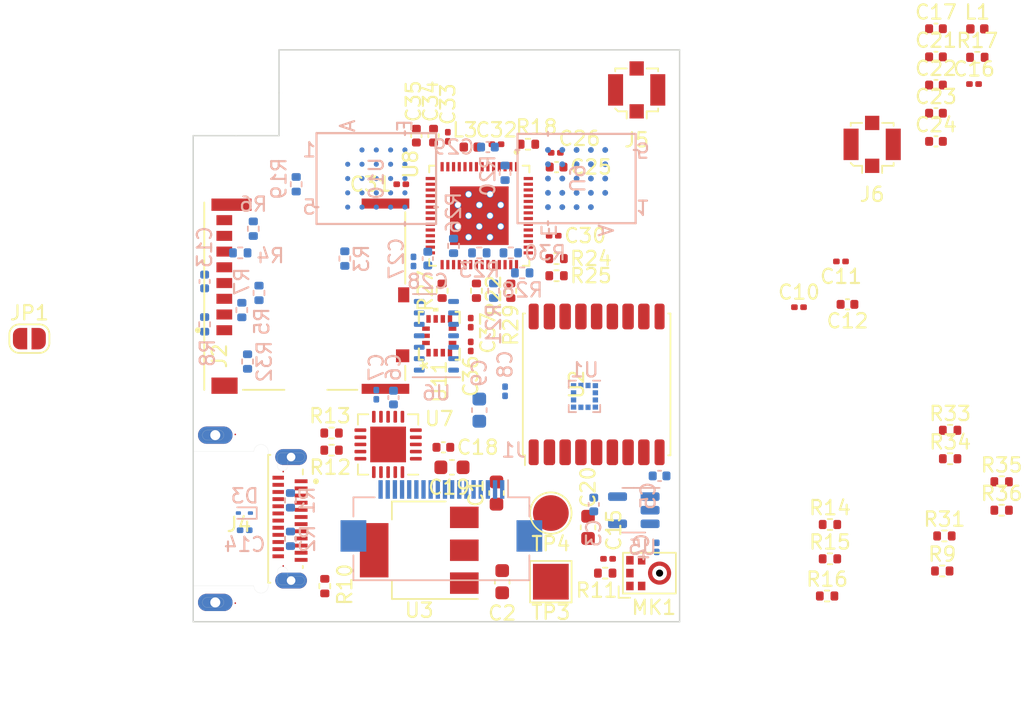
<source format=kicad_pcb>
(kicad_pcb (version 20221018) (generator pcbnew)
  (layers (0 "F.Cu" jumper "Front") (1 "In1.Cu" signal) (2 "In2.Cu" signal) (31 "B.Cu" signal "Back") (34 "B.Paste" user) (35 "F.Paste" user) (36 "B.SilkS" user "B.Silkscreen") (37 "F.SilkS" user "F.Silkscreen") (38 "B.Mask" user) (39 "F.Mask" user) (44 "Edge.Cuts" user))
  (net 0 "")
  (net 1 "/IMU_SCL")
  (net 4 "/IMU_SDA")
  (net 8 "Net-(J6-In)")
  (net 11 "Net-(J5-In)")
  (net 15 "/I2C0_SCL")
  (net 16 "/I2C0_SDA")
  (net 18 "GND")
  (net 19 "+3V3")
  (net 20 "/MIC_WS")
  (net 24 "/MIC_SCK")
  (net 25 "/MIC_SD")
  (net 29 "Net-(U8-GPIO46)")
  (net 30 "/BATT+")
  (net 31 "/SD_D2")
  (net 32 "/I2C1_SCL")
  (net 33 "/SD_D3")
  (net 34 "/SD_CMD")
  (net 35 "/I2C1_SDA")
  (net 36 "/SD_CLK")
  (net 37 "Net-(U5-BP)")
  (net 38 "+1V8")
  (net 58 "/SD_D0")
  (net 59 "/SPI2_")
  (net 64 "/HBT_INT")
  (net 66 "Net-(U1-C1)")
  (net 67 "/SD_D1")
  (net 68 "+BATT")
  (net 69 "+5V")
  (net 70 "Net-(U7-THERM)")
  (net 71 "Net-(D2-K)")
  (net 72 "Net-(U7-~{PG})")
  (net 73 "/BAT_STAT2")
  (net 74 "/BAT_STAT1")
  (net 75 "Net-(U7-PROG3)")
  (net 76 "Net-(U7-PROG1)")
  (net 77 "/SPI2_CS0")
  (net 78 "/GPIO39")
  (net 79 "/GPIO40")
  (net 88 "/GPIO41")
  (net 89 "/GPIO42")
  (net 90 "/CPU_EN")
  (net 93 "/IMU_Wakeup")
  (net 94 "/IMU_INT2")
  (net 98 "/ESP_ANT")
  (net 99 "Net-(U2-RF_IN)")
  (net 100 "Net-(U8-CHIP_PU)")
  (net 101 "/MEM_CS1")
  (net 102 "/MEM_CS0")
  (net 103 "/MEM_CLK")
  (net 109 "/MEM_D3")
  (net 110 "/MEM_D2")
  (net 111 "/MEM_D1")
  (net 112 "/MEM_D0")
  (net 113 "/MEM_D4")
  (net 114 "/MEM_D5")
  (net 115 "/MEM_D6")
  (net 116 "/MEM_D7")
  (net 117 "/MEM_DQS")
  (net 124 "VMEM")
  (net 125 "Net-(U9-RESET#)")
  (net 126 "Net-(U8-VDD3P3)")
  (net 127 "Net-(U8-SPIHD)")
  (net 128 "Net-(U8-SPIWP)")
  (net 129 "Net-(U8-SPICLK)")
  (net 130 "Net-(U8-SPIQ)")
  (net 131 "Net-(U8-SPID)")
  (net 132 "/GPIO48")
  (net 133 "/GPIO47")
  (net 134 "Net-(U8-GPIO33)")
  (net 135 "Net-(U8-GPIO34)")
  (net 136 "Net-(U8-GPIO35)")
  (net 137 "Net-(U8-GPIO36)")
  (net 138 "Net-(U8-GPIO37)")
  (net 139 "/GPIO_45")
  (net 140 "Net-(U10-RESET#)")
  (net 143 "Net-(J4-CC1)")
  (net 144 "/USB_DP")
  (net 145 "/USB_DM")
  (net 151 "Net-(J4-CC2)")
  (net 155 "/GPS_INT")
  (footprint "Resistor_SMD:R_0402_1005Metric" (layer "F.Cu") (at 117.8 85.25 90)
    (fp_text reference "R27" (at 0 -1.17 90) (layer "F.SilkS"))
    (fp_text value "0")
    (pad "1" smd roundrect (at -0.51 0 90) (size 0.54 0.64) (layers "F.Cu" "F.Paste" "F.Mask") (net 109 "/MEM_D3"))
    (pad "2" smd roundrect (at 0.51 0 90) (size 0.54 0.64) (layers "F.Cu" "F.Paste" "F.Mask") (net 127 "Net-(U8-SPIHD)"))
  )
  (footprint "Capacitor_SMD:C_0201_0603Metric" (layer "F.Cu") (at 125.6 81.4)
    (fp_text reference "C30" (at 2.2 0) (layer "F.SilkS"))
    (fp_text value "100nF")
    (pad "1" smd roundrect (at -0.32 0) (size 0.46 0.4) (layers "F.Cu" "F.Mask") (net 19 "+3V3"))
    (pad "2" smd roundrect (at 0.32 0) (size 0.46 0.4) (layers "F.Cu" "F.Mask") (net 18 "GND"))
  )
  (footprint "Connector_Coaxial:U.FL_Molex_MCRF_73412-0110_Vertical" (layer "F.Cu") (at 147.86 75.01)
    (fp_text reference "J6" (at 0 3.5) (layer "F.SilkS"))
    (fp_text value "GPS_ANT")
    (pad "1" smd rect (at 0 1.5) (size 1 1) (layers "F.Cu" "F.Paste" "F.Mask") (net 8 "Net-(J6-In)"))
    (pad "2" smd rect (at -1.475 0) (size 1.05 2.2) (layers "F.Cu" "F.Paste" "F.Mask") (net 18 "GND"))
    (pad "2" smd rect (at 0 -1.5) (size 1 1) (layers "F.Cu" "F.Paste" "F.Mask") (net 18 "GND"))
    (pad "2" smd rect (at 1.475 0) (size 1.05 2.2) (layers "F.Cu" "F.Paste" "F.Mask") (net 18 "GND"))
  )
  (footprint "Capacitor_SMD:C_0402_1005Metric" (layer "F.Cu") (at 152.32 66.92)
    (fp_text reference "C17" (at 0 -1.16) (layer "F.SilkS"))
    (fp_text value "1uF")
    (pad "1" smd roundrect (at -0.48 0) (size 0.56 0.62) (layers "F.Cu" "F.Paste" "F.Mask") (net 18 "GND"))
    (pad "2" smd roundrect (at 0.48 0) (size 0.56 0.62) (layers "F.Cu" "F.Paste" "F.Mask") (net 19 "+3V3"))
  )
  (footprint "Capacitor_SMD:C_0402_1005Metric" (layer "F.Cu") (at 152.32 72.83)
    (fp_text reference "C23" (at 0 -1.16) (layer "F.SilkS"))
    (fp_text value "1.5pF")
    (pad "1" smd roundrect (at -0.48 0) (size 0.56 0.62) (layers "F.Cu" "F.Paste" "F.Mask") (net 98 "/ESP_ANT"))
    (pad "2" smd roundrect (at 0.48 0) (size 0.56 0.62) (layers "F.Cu" "F.Paste" "F.Mask") (net 18 "GND"))
  )
  (footprint "Resistor_SMD:R_0402_1005Metric" (layer "F.Cu") (at 110.0725 95.2)
    (fp_text reference "R13" (at -0.11 -1.2) (layer "F.SilkS"))
    (fp_text value "50k")
    (pad "1" smd roundrect (at -0.51 0) (size 0.54 0.64) (layers "F.Cu" "F.Paste" "F.Mask") (net 18 "GND"))
    (pad "2" smd roundrect (at 0.51 0) (size 0.54 0.64) (layers "F.Cu" "F.Paste" "F.Mask") (net 75 "Net-(U7-PROG3)"))
  )
  (footprint "Capacitor_SMD:C_0603_1608Metric" (layer "F.Cu") (at 122 105.6 -90)
    (fp_text reference "C2" (at 2.2 0 -180) (layer "F.SilkS"))
    (fp_text value "22uF")
    (pad "1" smd roundrect (at -0.775 0 270) (size 0.9 0.95) (layers "F.Cu" "F.Paste" "F.Mask") (net 19 "+3V3"))
    (pad "2" smd roundrect (at 0.775 0 270) (size 0.9 0.95) (layers "F.Cu" "F.Paste" "F.Mask") (net 18 "GND"))
  )
  (footprint "Jumper:SolderJumper-2_P1.3mm_Open_RoundedPad1.0x1.5mm" (layer "F.Cu") (at 88.95 88.6)
    (fp_text reference "JP1" (at 0 -1.8) (layer "F.SilkS"))
    (fp_text value "BOOT")
    (pad "1" smd custom (at -0.65 0) (size 1 0.5) (layers "F.Cu" "F.Mask") (net 18 "GND") (options (clearance outline) (anchor rect)) (primitives (gr_circle (center 0 0.25) (end 0.5 0.25) (width 0) (fill yes)) (gr_circle (center 0 -0.25) (end 0.5 -0.25) (width 0) (fill yes)) (gr_poly (pts (xy 0.5 0.75) (xy 0 0.75) (xy 0 -0.75) (xy 0.5 -0.75)) (width 0) (fill yes))))
    (pad "2" smd custom (at 0.65 0) (size 1 0.5) (layers "F.Cu" "F.Mask") (net 15 "/I2C0_SCL") (options (clearance outline) (anchor rect)) (primitives (gr_circle (center 0 0.25) (end 0.5 0.25) (width 0) (fill yes)) (gr_circle (center 0 -0.25) (end 0.5 -0.25) (width 0) (fill yes)) (gr_poly (pts (xy 0 0.75) (xy -0.5 0.75) (xy -0.5 -0.75) (xy 0 -0.75)) (width 0) (fill yes))))
  )
  (footprint "Capacitor_SMD:C_0603_1608Metric" (layer "F.Cu") (at 121.6 99.4 90)
    (fp_text reference "C1" (at 0 -1.43 90) (layer "F.SilkS"))
    (fp_text value "22uF")
    (pad "1" smd roundrect (at -0.775 0 90) (size 0.9 0.95) (layers "F.Cu" "F.Paste" "F.Mask") (net 68 "+BATT"))
    (pad "2" smd roundrect (at 0.775 0 90) (size 0.9 0.95) (layers "F.Cu" "F.Paste" "F.Mask") (net 18 "GND"))
  )
  (footprint "Capacitor_SMD:C_0201_0603Metric" (layer "F.Cu") (at 129.4 104)
    (fp_text reference "C15" (at 0.4 -2 -90) (layer "F.SilkS"))
    (fp_text value "100nF")
    (pad "1" smd roundrect (at -0.32 0) (size 0.46 0.4) (layers "F.Cu" "F.Mask") (net 18 "GND"))
    (pad "2" smd roundrect (at 0.32 0) (size 0.46 0.4) (layers "F.Cu" "F.Mask") (net 19 "+3V3"))
  )
  (footprint "Capacitor_SMD:C_0402_1005Metric" (layer "F.Cu") (at 116 74.4 90)
    (fp_text reference "C35" (at 2.4 -0.2 90) (layer "F.SilkS"))
    (fp_text value "10uF")
    (pad "1" smd roundrect (at -0.48 0 90) (size 0.56 0.62) (layers "F.Cu" "F.Paste" "F.Mask") (net 19 "+3V3"))
    (pad "2" smd roundrect (at 0.48 0 90) (size 0.56 0.62) (layers "F.Cu" "F.Paste" "F.Mask") (net 18 "GND"))
  )
  (footprint "Resistor_SMD:R_0402_1005Metric" (layer "F.Cu") (at 122.6 85.25 90)
    (fp_text reference "R29" (at -2.4 0 90) (layer "F.SilkS"))
    (fp_text value "0")
    (pad "1" smd roundrect (at -0.51 0 90) (size 0.54 0.64) (layers "F.Cu" "F.Paste" "F.Mask") (net 114 "/MEM_D5"))
    (pad "2" smd roundrect (at 0.51 0 90) (size 0.54 0.64) (layers "F.Cu" "F.Paste" "F.Mask") (net 135 "Net-(U8-GPIO34)"))
  )
  (footprint "Package_TO_SOT_SMD:SOT-223-3_TabPin2" (layer "F.Cu") (at 116.2 103.4 180)
    (fp_text reference "U3" (at 0 -4.2) (layer "F.SilkS"))
    (fp_text value "AMS1117-3.3")
    (pad "1" smd rect (at -3.15 -2.3 180) (size 2 1.5) (layers "F.Cu" "F.Paste" "F.Mask") (net 18 "GND"))
    (pad "2" smd rect (at -3.15 0 180) (size 2 1.5) (layers "F.Cu" "F.Paste" "F.Mask") (net 19 "+3V3"))
    (pad "2" smd rect (at 3.15 0 180) (size 2 3.8) (layers "F.Cu" "F.Paste" "F.Mask") (net 19 "+3V3"))
    (pad "3" smd rect (at -3.15 2.3 180) (size 2 1.5) (layers "F.Cu" "F.Paste" "F.Mask") (net 68 "+BATT"))
  )
  (footprint "Resistor_SMD:R_0402_1005Metric" (layer "F.Cu") (at 123.8 75 180)
    (fp_text reference "R18" (at -0.6 1.2) (layer "F.SilkS"))
    (fp_text value "10k")
    (pad "1" smd roundrect (at -0.51 0 180) (size 0.54 0.64) (layers "F.Cu" "F.Paste" "F.Mask") (net 90 "/CPU_EN"))
    (pad "2" smd roundrect (at 0.51 0 180) (size 0.54 0.64) (layers "F.Cu" "F.Paste" "F.Mask") (net 100 "Net-(U8-CHIP_PU)"))
  )
  (footprint "Sensor_Audio:InvenSense_ICS-43434-6_3.5x2.65mm" (layer "F.Cu") (at 132.29 105 90)
    (fp_text reference "MK1" (at -2.4 0.31 unlocked) (layer "F.SilkS"))
    (fp_text value "ICS-43434")
    (pad "" np_thru_hole circle (at 0 0.71 90) (size 0.5 0.5) (drill 0.5) (layers "*.Mask"))
    (pad "1" smd rect (at -0.9 -1.364 90) (size 0.6 0.522) (layers "F.Cu" "F.Mask") (net 20 "/MIC_WS"))
    (pad "2" smd rect (at -0.9 -0.542 90) (size 0.6 0.522) (layers "F.Cu" "F.Mask") (net 18 "GND"))
    (pad "3" smd custom (at 0.6625 0.71 180) (size 0.3 0.3) (layers "F.Cu" "F.Mask") (net 18 "GND") (options (clearance outline) (anchor circle)) (primitives (gr_circle (center 0 -0.6625) (end 0.6625 -0.6625) (width 0.3) (fill none))))
    (pad "4" smd rect (at 0.9 -0.542 90) (size 0.6 0.522) (layers "F.Cu" "F.Mask") (net 24 "/MIC_SCK"))
    (pad "5" smd rect (at 0.9 -1.364 90) (size 0.6 0.522) (layers "F.Cu" "F.Mask") (net 19 "+3V3"))
    (pad "6" smd rect (at 0 -1.364 90) (size 0.6 0.522) (layers "F.Cu" "F.Mask") (net 25 "/MIC_SD"))
  )
  (footprint "Inductor_SMD:L_0402_1005Metric" (layer "F.Cu") (at 155.21 66.93)
    (fp_text reference "L1" (at 0 -1.17) (layer "F.SilkS"))
    (fp_text value "2.7nH")
    (pad "1" smd roundrect (at -0.485 0) (size 0.59 0.64) (layers "F.Cu" "F.Paste" "F.Mask") (net 11 "Net-(J5-In)"))
    (pad "2" smd roundrect (at 0.485 0) (size 0.59 0.64) (layers "F.Cu" "F.Paste" "F.Mask") (net 98 "/ESP_ANT"))
  )
  (footprint "ESP32-S3:IC_ESP32-S3" (layer "F.Cu") (at 120.4 80 -90)
    (fp_text reference "U8" (at -3.6 4.8 90) (layer "F.SilkS"))
    (fp_text value "ESP32-S3")
    (pad "1" smd rect (at -3.425 -2.6 270) (size 0.65 0.22) (layers "F.Cu" "F.Paste") (net 98 "/ESP_ANT"))
    (pad "2" smd rect (at -3.425 -2.2 270) (size 0.65 0.22) (layers "F.Cu" "F.Paste") (net 126 "Net-(U8-VDD3P3)"))
    (pad "3" smd rect (at -3.425 -1.8 270) (size 0.65 0.22) (layers "F.Cu" "F.Paste") (net 126 "Net-(U8-VDD3P3)"))
    (pad "4" smd rect (at -3.425 -1.4 270) (size 0.65 0.22) (layers "F.Cu" "F.Paste") (net 100 "Net-(U8-CHIP_PU)"))
    (pad "5" smd rect (at -3.425 -1 270) (size 0.65 0.22) (layers "F.Cu" "F.Paste") (net 15 "/I2C0_SCL"))
    (pad "6" smd rect (at -3.425 -0.6 270) (size 0.65 0.22) (layers "F.Cu" "F.Paste") (net 16 "/I2C0_SDA"))
    (pad "7" smd rect (at -3.425 -0.2 270) (size 0.65 0.22) (layers "F.Cu" "F.Paste") (net 35 "/I2C1_SDA"))
    (pad "8" smd rect (at -3.425 0.2 270) (size 0.65 0.22) (layers "F.Cu" "F.Paste") (net 32 "/I2C1_SCL"))
    (pad "9" smd rect (at -3.425 0.6 270) (size 0.65 0.22) (layers "F.Cu" "F.Paste"))
    (pad "10" smd rect (at -3.425 1 270) (size 0.65 0.22) (layers "F.Cu" "F.Paste"))
    (pad "11" smd rect (at -3.425 1.4 270) (size 0.65 0.22) (layers "F.Cu" "F.Paste"))
    (pad "12" smd rect (at -3.425 1.8 270) (size 0.65 0.22) (layers "F.Cu" "F.Paste"))
    (pad "13" smd rect (at -3.425 2.2 270) (size 0.65 0.22) (layers "F.Cu" "F.Paste"))
    (pad "14" smd rect (at -3.425 2.6 270) (size 0.65 0.22) (layers "F.Cu" "F.Paste") (net 59 "/SPI2_"))
    (pad "15" smd rect (at -2.6 3.425 270) (size 0.22 0.65) (layers "F.Cu" "F.Paste") (net 77 "/SPI2_CS0"))
    (pad "16" smd rect (at -2.2 3.425 270) (size 0.22 0.65) (layers "F.Cu" "F.Paste") (net 59 "/SPI2_"))
    (pad "17" smd rect (at -1.8 3.425 270) (size 0.22 0.65) (layers "F.Cu" "F.Paste") (net 59 "/SPI2_"))
    (pad "18" smd rect (at -1.4 3.425 270) (size 0.22 0.65) (layers "F.Cu" "F.Paste") (net 59 "/SPI2_"))
    (pad "19" smd rect (at -1 3.425 270) (size 0.22 0.65) (layers "F.Cu" "F.Paste") (net 59 "/SPI2_"))
    (pad "20" smd rect (at -0.6 3.425 270) (size 0.22 0.65) (layers "F.Cu" "F.Paste") (net 19 "+3V3"))
    (pad "21" smd rect (at -0.2 3.425 270) (size 0.22 0.65) (layers "F.Cu" "F.Paste"))
    (pad "22" smd rect (at 0.2 3.425 270) (size 0.22 0.65) (layers "F.Cu" "F.Paste"))
    (pad "23" smd rect (at 0.6 3.425 270) (size 0.22 0.65) (layers "F.Cu" "F.Paste"))
    (pad "24" smd rect (at 1 3.425 270) (size 0.22 0.65) (layers "F.Cu" "F.Paste"))
    (pad "25" smd rect (at 1.4 3.425 270) (size 0.22 0.65) (layers "F.Cu" "F.Paste"))
    (pad "26" smd rect (at 1.8 3.425 270) (size 0.22 0.65) (layers "F.Cu" "F.Paste"))
    (pad "27" smd rect (at 2.2 3.425 270) (size 0.22 0.65) (layers "F.Cu" "F.Paste"))
    (pad "28" smd rect (at 2.6 3.425 270) (size 0.22 0.65) (layers "F.Cu" "F.Paste") (net 101 "/MEM_CS1"))
    (pad "29" smd rect (at 3.425 2.6 270) (size 0.65 0.22) (layers "F.Cu" "F.Paste") (net 124 "VMEM"))
    (pad "30" smd rect (at 3.425 2.2 270) (size 0.65 0.22) (layers "F.Cu" "F.Paste") (net 127 "Net-(U8-SPIHD)"))
    (pad "31" smd rect (at 3.425 1.8 270) (size 0.65 0.22) (layers "F.Cu" "F.Paste") (net 128 "Net-(U8-SPIWP)"))
    (pad "32" smd rect (at 3.425 1.4 270) (size 0.65 0.22) (layers "F.Cu" "F.Paste") (net 102 "/MEM_CS0"))
    (pad "33" smd rect (at 3.425 1 270) (size 0.65 0.22) (layers "F.Cu" "F.Paste") (net 129 "Net-(U8-SPICLK)"))
    (pad "34" smd rect (at 3.425 0.6 270) (size 0.65 0.22) (layers "F.Cu" "F.Paste") (net 130 "Net-(U8-SPIQ)"))
    (pad "35" smd rect (at 3.425 0.2 270) (size 0.65 0.22) (layers "F.Cu" "F.Paste") (net 131 "Net-(U8-SPID)"))
    (pad "36" smd rect (at 3.425 -0.2 270) (size 0.65 0.22) (layers "F.Cu" "F.Paste") (net 132 "/GPIO48"))
    (pad "37" smd rect (at 3.425 -0.6 270) (size 0.65 0.22) (layers "F.Cu" "F.Paste") (net 133 "/GPIO47"))
    (pad "38" smd rect (at 3.425 -1 270) (size 0.65 0.22) (layers "F.Cu" "F.Paste") (net 134 "Net-(U8-GPIO33)"))
    (pad "39" smd rect (at 3.425 -1.4 270) (size 0.65 0.22) (layers "F.Cu" "F.Paste") (net 135 "Net-(U8-GPIO34)"))
    (pad "40" smd rect (at 3.425 -1.8 270) (size 0.65 0.22) (layers "F.Cu" "F.Paste") (net 136 "Net-(U8-GPIO35)"))
    (pad "41" smd rect (at 3.425 -2.2 270) (size 0.65 0.22) (layers "F.Cu" "F.Paste") (net 137 "Net-(U8-GPIO36)"))
    (pad "42" smd rect (at 3.425 -2.6 270) (size 0.65 0.22) (layers "F.Cu" "F.Paste") (net 138 "Net-(U8-GPIO37)"))
    (pad "43" smd rect (at 2.6 -3.425 270) (size 0.22 0.65) (layers "F.Cu" "F.Paste"))
    (pad "44" smd rect (at 2.2 -3.425 270) (size 0.22 0.65) (layers "F.Cu" "F.Paste") (net 78 "/GPIO39"))
    (pad "45" smd rect (at 1.8 -3.425 270) (size 0.22 0.65) (layers "F.Cu" "F.Paste") (net 79 "/GPIO40"))
    (pad "46" smd rect (at 1.4 -3.425 270) (size 0.22 0.65) (layers "F.Cu" "F.Paste") (net 19 "+3V3"))
    (pad "47" smd rect (at 1 -3.425 270) (size 0.22 0.65) (layers "F.Cu" "F.Paste") (net 88 "/GPIO41"))
    (pad "48" smd rect (at 0.6 -3.425 270) (size 0.22 0.65) (layers "F.Cu" "F.Paste") (net 89 "/GPIO42"))
    (pad "49" smd rect (at 0.2 -3.425 270) (size 0.22 0.65) (layers "F.Cu" "F.Paste"))
    (pad "50" smd rect (at -0.2 -3.425 270) (size 0.22 0.65) (layers "F.Cu" "F.Paste"))
    (pad "51" smd rect (at -0.6 -3.425 270) (size 0.22 0.65) (layers "F.Cu" "F.Paste") (net 139 "/GPIO_45"))
    (pad "52" smd rect (at -1 -3.425 270) (size 0.22 0.65) (layers "F.Cu" "F.Paste") (net 29 "Net-(U8-GPIO46)"))
    (pad "53" smd rect (at -1.4 -3.425 270) (size 0.22 0.65) (layers "F.Cu" "F.Paste"))
    (pad "54" smd rect (at -1.8 -3.425 270) (size 0.22 0.65) (layers "F.Cu" "F.Paste"))
    (pad "55" smd rect (at -2.2 -3.425 270) (size 0.22 0.65) (layers "F.Cu" "F.Paste") (net 19 "+3V3"))
    (pad "56" smd rect (at -2.6 -3.425 270) (size 0.22 0.65) (layers "F.Cu" "F.Paste") (net 19 "+3V3"))
    (pad "57" smd rect (at 0 0 270) (size 4.1 4.1) (layers "F.Cu" "F.Mask") (net 18 "GND"))
    (pad "58" thru_hole circle (at -0.75 -1.5 270) (size 0.5 0.5) (drill 0.4) (layers "*.Cu"))
    (pad "59" thru_hole circle (at 0.75 -1.5 270) (size 0.5 0.5) (drill 0.4) (layers "*.Cu"))
    (pad "60" thru_hole circle (at -1.5 -0.75 270) (size 0.5 0.5) (drill 0.4) (layers "*.Cu"))
    (pad "61" thru_hole circle (at 0 -0.75 270) (size 0.5 0.5) (drill 0.4) (layers "*.Cu"))
    (pad "62" thru_hole circle (at 1.5 -0.75 270) (size 0.5 0.5) (drill 0.4) (layers "*.Cu"))
    (pad "63" thru_hole circle (at -0.75 0 270) (size 0.5 0.5) (drill 0.4) (layers "*.Cu"))
    (pad "64" thru_hole circle (at 0.75 0 270) (size 0.5 0.5) (drill 0.4) (layers "*.Cu"))
    (pad "65" thru_hole circle (at -1.5 0.75 270) (size 0.5 0.5) (drill 0.4) (layers "*.Cu"))
    (pad "66" thru_hole circle (at 0 0.75 270) (size 0.5 0.5) (drill 0.4) (layers "*.Cu"))
    (pad "67" thru_hole circle (at 1.5 0.75 270) (size 0.5 0.5) (drill 0.4) (layers "*.Cu"))
    (pad "68" thru_hole circle (at -0.75 1.5 270) (size 0.5 0.5) (drill 0.4) (layers "*.Cu"))
    (pad "69" thru_hole circle (at 0.75 1.5 270) (size 0.5 0.5) (drill 0.4) (layers "*.Cu"))
  )
  (footprint "Capacitor_SMD:C_0603_1608Metric" (layer "F.Cu") (at 128 101.8 -90)
    (fp_text reference "C20" (at -2.8 0 90) (layer "F.SilkS"))
    (fp_text value "4.7uF")
    (pad "1" smd roundrect (at -0.775 0 270) (size 0.9 0.95) (layers "F.Cu" "F.Paste" "F.Mask") (net 30 "/BATT+"))
    (pad "2" smd roundrect (at 0.775 0 270) (size 0.9 0.95) (layers "F.Cu" "F.Paste" "F.Mask") (net 18 "GND"))
  )
  (footprint "Capacitor_SMD:C_0201_0603Metric" (layer "F.Cu") (at 119.8 87.48 -90)
    (fp_text reference "C37" (at 0.72 -1.2 90) (layer "F.SilkS"))
    (fp_text value "100nF")
    (pad "1" smd roundrect (at -0.32 0 270) (size 0.46 0.4) (layers "F.Cu" "F.Mask") (net 19 "+3V3"))
    (pad "2" smd roundrect (at 0.32 0 270) (size 0.46 0.4) (layers "F.Cu" "F.Mask") (net 18 "GND"))
  )
  (footprint "Capacitor_SMD:C_0402_1005Metric" (layer "F.Cu") (at 152.32 74.8)
    (fp_text reference "C24" (at 0 -1.16) (layer "F.SilkS"))
    (fp_text value "C")
    (pad "1" smd roundrect (at -0.48 0) (size 0.56 0.62) (layers "F.Cu" "F.Paste" "F.Mask") (net 99 "Net-(U2-RF_IN)"))
    (pad "2" smd roundrect (at 0.48 0) (size 0.56 0.62) (layers "F.Cu" "F.Paste" "F.Mask") (net 18 "GND"))
  )
  (footprint "Resistor_SMD:R_0402_1005Metric" (layer "F.Cu") (at 152.91 102.4)
    (fp_text reference "R31" (at 0 -1.17) (layer "F.SilkS"))
    (fp_text value "10k")
    (pad "1" smd roundrect (at -0.51 0) (size 0.54 0.64) (layers "F.Cu" "F.Paste" "F.Mask") (net 139 "/GPIO_45"))
    (pad "2" smd roundrect (at 0.51 0) (size 0.54 0.64) (layers "F.Cu" "F.Paste" "F.Mask") (net 19 "+3V3"))
  )
  (footprint "LSM6DSV16XTR:LGA14L_LSM6_STM" (layer "F.Cu") (at 117.6 88.4 90)
    (fp_text reference "U11" (at -3.2 0 90 unlocked) (layer "F.SilkS"))
    (fp_text value "LSM6DSV16XTR")
    (fp_text user "*" (at -2.0828 -0.750189 90) (layer "F.SilkS"))
    (fp_text user "*" (at -2.0828 -0.750189 90 unlocked) (layer "F.SilkS"))
    (pad "1" smd rect (at -1.1811 -0.750189 180) (size 0.3048 0.5334) (layers "F.Cu" "F.Paste" "F.Mask") (net 18 "GND"))
    (pad "2" smd rect (at -1.1811 -0.250063 180) (size 0.3048 0.5334) (layers "F.Cu" "F.Paste" "F.Mask") (net 4 "/IMU_SDA"))
    (pad "3" smd rect (at -1.1811 0.250063 180) (size 0.3048 0.5334) (layers "F.Cu" "F.Paste" "F.Mask") (net 1 "/IMU_SCL"))
    (pad "4" smd rect (at -1.1811 0.750189 180) (size 0.3048 0.5334) (layers "F.Cu" "F.Paste" "F.Mask") (net 93 "/IMU_Wakeup"))
    (pad "5" smd rect (at -0.500126 0.9271 90) (size 0.3048 0.5334) (layers "F.Cu" "F.Paste" "F.Mask") (net 19 "+3V3"))
    (pad "6" smd rect (at 0 0.9271 90) (size 0.3048 0.5334) (layers "F.Cu" "F.Paste" "F.Mask") (net 18 "GND"))
    (pad "7" smd rect (at 0.500126 0.9271 90) (size 0.3048 0.5334) (layers "F.Cu" "F.Paste" "F.Mask") (net 18 "GND"))
    (pad "8" smd rect (at 1.1811 0.750189 180) (size 0.3048 0.5334) (layers "F.Cu" "F.Paste" "F.Mask") (net 19 "+3V3"))
    (pad "9" smd rect (at 1.1811 0.250063 180) (size 0.3048 0.5334) (layers "F.Cu" "F.Paste" "F.Mask") (net 94 "/IMU_INT2"))
    (pad "10" smd rect (at 1.1811 -0.250063 180) (size 0.3048 0.5334) (layers "F.Cu" "F.Paste" "F.Mask"))
    (pad "11" smd rect (at 1.1811 -0.750189 180) (size 0.3048 0.5334) (layers "F.Cu" "F.Paste" "F.Mask"))
    (pad "12" smd rect (at 0.500126 -0.9271 90) (size 0.3048 0.5334) (layers "F.Cu" "F.Paste" "F.Mask") (net 19 "+3V3"))
    (pad "13" smd rect (at 0 -0.9271 90) (size 0.3048 0.5334) (layers "F.Cu" "F.Paste" "F.Mask") (net 15 "/I2C0_SCL"))
    (pad "14" smd rect (at -0.500126 -0.9271 90) (size 0.3048 0.5334) (layers "F.Cu" "F.Paste" "F.Mask") (net 16 "/I2C0_SDA"))
  )
  (footprint "Capacitor_SMD:C_0201_0603Metric" (layer "F.Cu") (at 125.745 75.6 180)
    (fp_text reference "C26" (at -1.655 1) (layer "F.SilkS"))
    (fp_text value "10nF")
    (pad "1" smd roundrect (at -0.32 0 180) (size 0.46 0.4) (layers "F.Cu" "F.Mask") (net 18 "GND"))
    (pad "2" smd roundrect (at 0.32 0 180) (size 0.46 0.4) (layers "F.Cu" "F.Mask") (net 19 "+3V3"))
  )
  (footprint "Capacitor_SMD:C_0402_1005Metric" (layer "F.Cu") (at 117.2 74.4 90)
    (fp_text reference "C34" (at 2.4 -0.2 90) (layer "F.SilkS"))
    (fp_text value "1uF")
    (pad "1" smd roundrect (at -0.48 0 90) (size 0.56 0.62) (layers "F.Cu" "F.Paste" "F.Mask") (net 19 "+3V3"))
    (pad "2" smd roundrect (at 0.48 0 90) (size 0.56 0.62) (layers "F.Cu" "F.Paste" "F.Mask") (net 18 "GND"))
  )
  (footprint "Resistor_SMD:R_0402_1005Metric" (layer "F.Cu") (at 120.2 85.25 90)
    (fp_text reference "R22" (at -0.35 1.2 90) (layer "F.SilkS"))
    (fp_text value "0")
    (pad "1" smd roundrect (at -0.51 0 90) (size 0.54 0.64) (layers "F.Cu" "F.Paste" "F.Mask") (net 111 "/MEM_D1"))
    (pad "2" smd roundrect (at 0.51 0 90) (size 0.54 0.64) (layers "F.Cu" "F.Paste" "F.Mask") (net 130 "Net-(U8-SPIQ)"))
  )
  (footprint "Capacitor_SMD:C_0603_1608Metric" (layer "F.Cu") (at 118.4875 97.6 180)
    (fp_text reference "C19" (at 0.2 -1.4) (layer "F.SilkS"))
    (fp_text value "4.7uF")
    (pad "1" smd roundrect (at -0.775 0 180) (size 0.9 0.95) (layers "F.Cu" "F.Paste" "F.Mask") (net 18 "GND"))
    (pad "2" smd roundrect (at 0.775 0 180) (size 0.9 0.95) (layers "F.Cu" "F.Paste" "F.Mask") (net 68 "+BATT"))
  )
  (footprint "Resistor_SMD:R_0402_1005Metric" (layer "F.Cu") (at 110.0725 96.4)
    (fp_text reference "R12" (at -0.09 1.2 180) (layer "F.SilkS"))
    (fp_text value "2k")
    (pad "1" smd roundrect (at -0.51 0) (size 0.54 0.64) (layers "F.Cu" "F.Paste" "F.Mask") (net 18 "GND"))
    (pad "2" smd roundrect (at 0.51 0) (size 0.54 0.64) (layers "F.Cu" "F.Paste" "F.Mask") (net 76 "Net-(U7-PROG1)"))
  )
  (footprint "Resistor_SMD:R_0402_1005Metric" (layer "F.Cu") (at 129.2 105)
    (fp_text reference "R11" (at -0.6 1.2) (layer "F.SilkS"))
    (fp_text value "100k")
    (pad "1" smd roundrect (at -0.51 0) (size 0.54 0.64) (layers "F.Cu" "F.Paste" "F.Mask") (net 18 "GND"))
    (pad "2" smd roundrect (at 0.51 0) (size 0.54 0.64) (layers "F.Cu" "F.Paste" "F.Mask") (net 25 "/MIC_SD"))
  )
  (footprint "Resistor_SMD:R_0402_1005Metric" (layer "F.Cu") (at 156.91 98.61)
    (fp_text reference "R35" (at 0 -1.17) (layer "F.SilkS"))
    (fp_text value "R")
    (pad "1" smd roundrect (at -0.51 0) (size 0.54 0.64) (layers "F.Cu" "F.Paste" "F.Mask") (net 19 "+3V3"))
    (pad "2" smd roundrect (at 0.51 0) (size 0.54 0.64) (layers "F.Cu" "F.Paste" "F.Mask") (net 1 "/IMU_SCL"))
  )
  (footprint "Resistor_SMD:R_0402_1005Metric" (layer "F.Cu") (at 144.91 101.6)
    (fp_text reference "R14" (at 0 -1.17) (layer "F.SilkS"))
    (fp_text value "470")
    (pad "1" smd roundrect (at -0.51 0) (size 0.54 0.64) (layers "F.Cu" "F.Paste" "F.Mask") (net 72 "Net-(U7-~{PG})"))
    (pad "2" smd roundrect (at 0.51 0) (size 0.54 0.64) (layers "F.Cu" "F.Paste" "F.Mask") (net 71 "Net-(D2-K)"))
  )
  (footprint "Inductor_SMD:L_0402_1005Metric" (layer "F.Cu") (at 119.8 75.2 180)
    (fp_text reference "L3" (at 0.4 1.2) (layer "F.SilkS"))
    (fp_text value "2nH")
    (pad "1" smd roundrect (at -0.485 0 180) (size 0.59 0.64) (layers "F.Cu" "F.Paste" "F.Mask") (net 126 "Net-(U8-VDD3P3)"))
    (pad "2" smd roundrect (at 0.485 0 180) (size 0.59 0.64) (layers "F.Cu" "F.Paste" "F.Mask") (net 19 "+3V3"))
  )
  (footprint "Capacitor_SMD:C_0201_0603Metric" (layer "F.Cu") (at 145.68 83.2 180)
    (fp_text reference "C11" (at 0 -1.05) (layer "F.SilkS"))
    (fp_text value "100nF")
    (pad "1" smd roundrect (at -0.32 0 180) (size 0.46 0.4) (layers "F.Cu" "F.Mask") (net 19 "+3V3"))
    (pad "2" smd roundrect (at 0.32 0 180) (size 0.46 0.4) (layers "F.Cu" "F.Mask") (net 18 "GND"))
  )
  (footprint "Resistor_SMD:R_0402_1005Metric" (layer "F.Cu") (at 155.21 68.92)
    (fp_text reference "R17" (at 0 -1.17) (layer "F.SilkS"))
    (fp_text value "0")
    (pad "1" smd roundrect (at -0.51 0) (size 0.54 0.64) (layers "F.Cu" "F.Paste" "F.Mask") (net 99 "Net-(U2-RF_IN)"))
    (pad "2" smd roundrect (at 0.51 0) (size 0.54 0.64) (layers "F.Cu" "F.Paste" "F.Mask") (net 8 "Net-(J6-In)"))
  )
  (footprint "Capacitor_SMD:C_0402_1005Metric" (layer "F.Cu") (at 152.32 70.86)
    (fp_text reference "C22" (at 0 -1.16) (layer "F.SilkS"))
    (fp_text value "1.5pF")
    (pad "1" smd roundrect (at -0.48 0) (size 0.56 0.62) (layers "F.Cu" "F.Paste" "F.Mask") (net 11 "Net-(J5-In)"))
    (pad "2" smd roundrect (at 0.48 0) (size 0.56 0.62) (layers "F.Cu" "F.Paste" "F.Mask") (net 18 "GND"))
  )
  (footprint "Capacitor_SMD:C_0201_0603Metric" (layer "F.Cu") (at 119.8 89.145 90)
    (fp_text reference "C36" (at -2.08 0 90) (layer "F.SilkS"))
    (fp_text value "100nF")
    (pad "1" smd roundrect (at -0.32 0 90) (size 0.46 0.4) (layers "F.Cu" "F.Mask") (net 19 "+3V3"))
    (pad "2" smd roundrect (at 0.32 0 90) (size 0.46 0.4) (layers "F.Cu" "F.Mask") (net 18 "GND"))
  )
  (footprint "Resistor_SMD:R_0402_1005Metric" (layer "F.Cu") (at 153.31 95.01)
    (fp_text reference "R33" (at 0 -1.17) (layer "F.SilkS"))
    (fp_text value "2k")
    (pad "1" smd roundrect (at -0.51 0) (size 0.54 0.64) (layers "F.Cu" "F.Paste" "F.Mask") (net 15 "/I2C0_SCL"))
    (pad "2" smd roundrect (at 0.51 0) (size 0.54 0.64) (layers "F.Cu" "F.Paste" "F.Mask") (net 19 "+3V3"))
  )
  (footprint "Resistor_SMD:R_0402_1005Metric" (layer "F.Cu") (at 156.91 100.6)
    (fp_text reference "R36" (at 0 -1.17) (layer "F.SilkS"))
    (fp_text value "R")
    (pad "1" smd roundrect (at -0.51 0) (size 0.54 0.64) (layers "F.Cu" "F.Paste" "F.Mask") (net 19 "+3V3"))
    (pad "2" smd roundrect (at 0.51 0) (size 0.54 0.64) (layers "F.Cu" "F.Paste" "F.Mask") (net 4 "/IMU_SDA"))
  )
  (footprint "TestPoint:TestPoint_Pad_2.5x2.5mm" (layer "F.Cu") (at 125.4 105.6 180)
    (fp_text reference "TP3" (at 0 -2.148) (layer "F.SilkS"))
    (fp_text value "Conn_B-")
    (pad "1" smd rect (at 0 0 180) (size 2.5 2.5) (layers "F.Cu" "F.Mask") (net 18 "GND"))
  )
  (footprint "Capacitor_SMD:C_0201_0603Metric" (layer "F.Cu") (at 114.945 77.8 180)
    (fp_text reference "C31" (at 2.145 0) (layer "F.SilkS"))
    (fp_text value "100nF")
    (pad "1" smd roundrect (at -0.32 0 180) (size 0.46 0.4) (layers "F.Cu" "F.Mask") (net 19 "+3V3"))
    (pad "2" smd roundrect (at 0.32 0 180) (size 0.46 0.4) (layers "F.Cu" "F.Mask") (net 18 "GND"))
  )
  (footprint "Capacitor_SMD:C_0201_0603Metric" (layer "F.Cu") (at 154.98 70.79)
    (fp_text reference "C16" (at 0 -1.05) (layer "F.SilkS"))
    (fp_text value "100nF")
    (pad "1" smd roundrect (at -0.32 0) (size 0.46 0.4) (layers "F.Cu" "F.Mask") (net 18 "GND"))
    (pad "2" smd roundrect (at 0.32 0) (size 0.46 0.4) (layers "F.Cu" "F.Mask") (net 19 "+3V3"))
  )
  (footprint "Resistor_SMD:R_0402_1005Metric" (layer "F.Cu") (at 109.6 105.91 -90)
    (fp_text reference "R10" (at -0.11 -1.4 90) (layer "F.SilkS"))
    (fp_text value "10k")
    (pad "1" smd roundrect (at -0.51 0 270) (size 0.54 0.64) (layers "F.Cu" "F.Paste" "F.Mask") (net 69 "+5V"))
    (pad "2" smd roundrect (at 0.51 0 270) (size 0.54 0.64) (layers "F.Cu" "F.Paste" "F.Mask") (net 18 "GND"))
  )
  (footprint "Capacitor_SMD:C_0402_1005Metric" (layer "F.Cu") (at 125.8 76.6 180)
    (fp_text reference "C25" (at -2.4 0) (layer "F.SilkS"))
    (fp_text value "1uF")
    (pad "1" smd roundrect (at -0.48 0 180) (size 0.56 0.62) (layers "F.Cu" "F.Paste" "F.Mask") (net 18 "GND"))
    (pad "2" smd roundrect (at 0.48 0 180) (size 0.56 0.62) (layers "F.Cu" "F.Paste" "F.Mask") (net 19 "+3V3"))
  )
  (footprint "Capacitor_SMD:C_0402_1005Metric" (layer "F.Cu") (at 146.135 86.2 180)
    (fp_text reference "C12" (at 0 -1.16) (layer "F.SilkS"))
    (fp_text value "1uF")
    (pad "1" smd roundrect (at -0.48 0 180) (size 0.56 0.62) (layers "F.Cu" "F.Paste" "F.Mask") (net 19 "+3V3"))
    (pad "2" smd roundrect (at 0.48 0 180) (size 0.56 0.62) (layers "F.Cu" "F.Paste" "F.Mask") (net 18 "GND"))
  )
  (footprint "RF_GPS:ublox_MAX" (layer "F.Cu") (at 128.6 91.8 90)
    (fp_text reference "U2" (at 0 -1.4 90) (layer "F.SilkS"))
    (fp_text value "MAX-M10S")
    (pad "1" smd roundrect (at -4.75 -4.4 90) (size 1.8 0.7) (layers "F.Cu" "F.Paste" "F.Mask") (net 18 "GND"))
    (pad "2" smd roundrect (at -4.75 -3.3 90) (size 1.8 0.8) (layers "F.Cu" "F.Paste" "F.Mask"))
    (pad "3" smd roundrect (at -4.75 -2.2 90) (size 1.8 0.8) (layers "F.Cu" "F.Paste" "F.Mask"))
    (pad "4" smd roundrect (at -4.75 -1.1 90) (size 1.8 0.8) (layers "F.Cu" "F.Paste" "F.Mask"))
    (pad "5" smd roundrect (at -4.75 0 90) (size 1.8 0.8) (layers "F.Cu" "F.Paste" "F.Mask") (net 155 "/GPS_INT"))
    (pad "6" smd roundrect (at -4.75 1.1 90) (size 1.8 0.8) (layers "F.Cu" "F.Paste" "F.Mask"))
    (pad "7" smd roundrect (at -4.75 2.2 90) (size 1.8 0.8) (layers "F.Cu" "F.Paste" "F.Mask") (net 19 "+3V3"))
    (pad "8" smd roundrect (at -4.75 3.3 90) (size 1.8 0.8) (layers "F.Cu" "F.Paste" "F.Mask") (net 19 "+3V3"))
    (pad "9" smd roundrect (at -4.75 4.4 90) (size 1.8 0.7) (layers "F.Cu" "F.Paste" "F.Mask"))
    (pad "10" smd roundrect (at 4.75 4.4 90) (size 1.8 0.7) (layers "F.Cu" "F.Paste" "F.Mask") (net 18 "GND"))
    (pad "11" smd roundrect (at 4.75 3.3 90) (size 1.8 0.8) (layers "F.Cu" "F.Paste" "F.Mask") (net 99 "Net-(U2-RF_IN)"))
    (pad "12" smd roundrect (at 4.75 2.2 90) (size 1.8 0.8) (layers "F.Cu" "F.Paste" "F.Mask") (net 18 "GND"))
    (pad "13" smd roundrect (at 4.75 1.1 90) (size 1.8 0.8) (layers "F.Cu" "F.Paste" "F.Mask"))
    (pad "14" smd roundrect (at 4.75 0 90) (size 1.8 0.8) (layers "F.Cu" "F.Paste" "F.Mask"))
    (pad "15" smd roundrect (at 4.75 -1.1 90) (size 1.8 0.8) (layers "F.Cu" "F.Paste" "F.Mask"))
    (pad "16" smd roundrect (at 4.75 -2.2 90) (size 1.8 0.8) (layers "F.Cu" "F.Paste" "F.Mask") (net 35 "/I2C1_SDA"))
    (pad "17" smd roundrect (at 4.75 -3.3 90) (size 1.8 0.8) (layers "F.Cu" "F.Paste" "F.Mask") (net 32 "/I2C1_SCL"))
    (pad "18" smd roundrect (at 4.75 -4.4 90) (size 1.8 0.7) (layers "F.Cu" "F.Paste" "F.Mask"))
  )
  (footprint "Resistor_SMD:R_0402_1005Metric" (layer "F.Cu") (at 144.71 106.6)
    (fp_text reference "R16" (at 0 -1.17) (layer "F.SilkS"))
    (fp_text value "1k")
    (pad "1" smd roundrect (at -0.51 0) (size 0.54 0.64) (layers "F.Cu" "F.Paste" "F.Mask") (net 73 "/BAT_STAT2"))
    (pad "2" smd roundrect (at 0.51 0) (size 0.54 0.64) (layers "F.Cu" "F.Paste" "F.Mask") (net 19 "+3V3"))
  )
  (footprint "Resistor_SMD:R_0402_1005Metric" (layer "F.Cu") (at 125.8 83 180)
    (fp_text reference "R24" (at -2.4 0) (layer "F.SilkS"))
    (fp_text value "0")
    (pad "1" smd roundrect (at -0.51 0 180) (size 0.54 0.64) (layers "F.Cu" "F.Paste" "F.Mask") (net 117 "/MEM_DQS"))
    (pad "2" smd roundrect (at 0.51 0 180) (size 0.54 0.64) (layers "F.Cu" "F.Paste" "F.Mask") (net 138 "Net-(U8-GPIO37)"))
  )
  (footprint "Resistor_SMD:R_0402_1005Metric" (layer "F.Cu") (at 153.31 97)
    (fp_text reference "R34" (at 0 -1.17) (layer "F.SilkS"))
    (fp_text value "2k")
    (pad "1" smd roundrect (at -0.51 0) (size 0.54 0.64) (layers "F.Cu" "F.Paste" "F.Mask") (net 16 "/I2C0_SDA"))
    (pad "2" smd roundrect (at 0.51 0) (size 0.54 0.64) (layers "F.Cu" "F.Paste" "F.Mask") (net 19 "+3V3"))
  )
  (footprint "Resistor_SMD:R_0402_1005Metric" (layer "F.Cu") (at 144.91 104)
    (fp_text reference "R15" (at 0 -1.17) (layer "F.SilkS"))
    (fp_text value "1k")
    (pad "1" smd roundrect (at -0.51 0) (size 0.54 0.64) (layers "F.Cu" "F.Paste" "F.Mask") (net 74 "/BAT_STAT1"))
    (pad "2" smd roundrect (at 0.51 0) (size 0.54 0.64) (layers "F.Cu" "F.Paste" "F.Mask") (net 19 "+3V3"))
  )
  (footprint "Package_DFN_QFN:QFN-20-1EP_4x4mm_P0.5mm_EP2.5x2.5mm" (layer "F.Cu") (at 114.025 96 180)
    (fp_text reference "U7" (at -3.575 1.8) (layer "F.SilkS"))
    (fp_text value "MCP73871-2AA")
    (pad "1" smd roundrect (at -1.9375 -1 180) (size 0.825 0.25) (layers "F.Cu" "F.Paste" "F.Mask") (net 68 "+BATT"))
    (pad "2" smd roundrect (at -1.9375 -0.5 180) (size 0.825 0.25) (layers "F.Cu" "F.Paste" "F.Mask") (net 69 "+5V"))
    (pad "3" smd roundrect (at -1.9375 0 180) (size 0.825 0.25) (layers "F.Cu" "F.Paste" "F.Mask") (net 18 "GND"))
    (pad "4" smd roundrect (at -1.9375 0.5 180) (size 0.825 0.25) (layers "F.Cu" "F.Paste" "F.Mask") (net 69 "+5V"))
    (pad "5" smd roundrect (at -1.9375 1 180) (size 0.825 0.25) (layers "F.Cu" "F.Paste" "F.Mask") (net 70 "Net-(U7-THERM)"))
    (pad "6" smd roundrect (at -1 1.9375 180) (size 0.25 0.825) (layers "F.Cu" "F.Paste" "F.Mask") (net 72 "Net-(U7-~{PG})"))
    (pad "7" smd roundrect (at -0.5 1.9375 180) (size 0.25 0.825) (layers "F.Cu" "F.Paste" "F.Mask") (net 73 "/BAT_STAT2"))
    (pad "8" smd roundrect (at 0 1.9375 180) (size 0.25 0.825) (layers "F.Cu" "F.Paste" "F.Mask") (net 74 "/BAT_STAT1"))
    (pad "9" smd roundrect (at 0.5 1.9375 180) (size 0.25 0.825) (layers "F.Cu" "F.Paste" "F.Mask") (net 18 "GND"))
    (pad "10" smd roundrect (at 1 1.9375 180) (size 0.25 0.825) (layers "F.Cu" "F.Paste" "F.Mask") (net 18 "GND"))
    (pad "11" smd roundrect (at 1.9375 1 180) (size 0.825 0.25) (layers "F.Cu" "F.Paste" "F.Mask") (net 18 "GND"))
    (pad "12" smd roundrect (at 1.9375 0.5 180) (size 0.825 0.25) (layers "F.Cu" "F.Paste" "F.Mask") (net 75 "Net-(U7-PROG3)"))
    (pad "13" smd roundrect (at 1.9375 0 180) (size 0.825 0.25) (layers "F.Cu" "F.Paste" "F.Mask") (net 76 "Net-(U7-PROG1)"))
    (pad "14" smd roundrect (at 1.9375 -0.5 180) (size 0.825 0.25) (layers "F.Cu" "F.Paste" "F.Mask") (net 30 "/BATT+"))
    (pad "15" smd roundrect (at 1.9375 -1 180) (size 0.825 0.25) (layers "F.Cu" "F.Paste" "F.Mask") (net 30 "/BATT+"))
    (pad "16" smd roundrect (at 1 -1.9375 180) (size 0.25 0.825) (layers "F.Cu" "F.Paste" "F.Mask") (net 30 "/BATT+"))
    (pad "17" smd roundrect (at 0.5 -1.9375 180) (size 0.25 0.825) (layers "F.Cu" "F.Paste" "F.Mask") (net 69 "+5V"))
    (pad "18" smd roundrect (at 0 -1.9375 180) (size 0.25 0.825) (layers "F.Cu" "F.Paste" "F.Mask") (net 69 "+5V"))
    (pad "19" smd roundrect (at -0.5 -1.9375 180) (size 0.25 0.825) (layers "F.Cu" "F.Paste" "F.Mask") (net 69 "+5V"))
    (pad "20" smd roundrect (at -1 -1.9375 180) (size 0.25 0.825) (layers "F.Cu" "F.Paste" "F.Mask") (net 68 "+BATT"))
    (pad "21" smd rect (at 0 0 180) (size 2.5 2.5) (layers "F.Cu" "F.Mask") (net 18 "GND"))
  )
  (footprint "5033981892:MOLEX_503398-1892" (layer "F.Cu") (at 108.2 85.63 90)
    (fp_text reference "J2" (at -4.18 -5.96 90) (layer "F.SilkS") (effects (font (size 1.000685 1.000685))))
    (fp_text value "Micro_SD_Card")
    (pad "1" smd rect (at -2.38 -5.625 90) (size 0.7 1.1) (layers "F.Cu" "F.Paste" "F.Mask") (net 31 "/SD_D2"))
    (pad "2" smd rect (at -1.28 -5.625 90) (size 0.7 1.1) (layers "F.Cu" "F.Paste" "F.Mask") (net 33 "/SD_D3"))
    (pad "3" smd rect (at -0.18 -5.625 90) (size 0.7 1.1) (layers "F.Cu" "F.Paste" "F.Mask") (net 34 "/SD_CMD"))
    (pad "4" smd rect (at 0.92 -5.625 90) (size 0.7 1.1) (layers "F.Cu" "F.Paste" "F.Mask") (net 19 "+3V3"))
    (pad "5" smd rect (at 2.02 -5.625 90) (size 0.7 1.1) (layers "F.Cu" "F.Paste" "F.Mask") (net 36 "/SD_CLK"))
    (pad "6" smd rect (at 3.12 -5.625 90) (size 0.7 1.1) (layers "F.Cu" "F.Paste" "F.Mask") (net 18 "GND"))
    (pad "7" smd rect (at 4.22 -5.625 90) (size 0.7 1.1) (layers "F.Cu" "F.Paste" "F.Mask") (net 58 "/SD_D0"))
    (pad "8" smd rect (at 5.32 -5.625 90) (size 0.7 1.1) (layers "F.Cu" "F.Paste" "F.Mask") (net 67 "/SD_D1"))
    (pad "9" smd rect (at -4.17 6.84 90) (size 0.9 0.93) (layers "F.Cu" "F.Paste" "F.Mask") (net 18 "GND"))
    (pad "10" smd rect (at 0.095 6.915 90) (size 1.05 0.78) (layers "F.Cu" "F.Paste" "F.Mask"))
    (pad "P1" smd rect (at -6.26 -5.61 90) (size 1.14 1.83) (layers "F.Cu" "F.Paste" "F.Mask"))
    (pad "P2" smd rect (at 6.4 -5.125 90) (size 0.86 2.8) (layers "F.Cu" "F.Paste" "F.Mask"))
    (pad "P3" smd rect (at -6.48 5.64 90) (size 0.7 3.33) (layers "F.Cu" "F.Paste" "F.Mask"))
    (pad "P4" smd rect (at 6.48 5.64 90) (size 0.7 3.33) (layers "F.Cu" "F.Paste" "F.Mask"))
  )
  (footprint "Capacitor_SMD:C_0402_1005Metric" (layer "F.Cu") (at 117.8875 96.2 180)
    (fp_text reference "C18" (at -2.4 0) (layer "F.SilkS"))
    (fp_text value "10uF")
    (pad "1" smd roundrect (at -0.48 0 180) (size 0.56 0.62) (layers "F.Cu" "F.Paste" "F.Mask") (net 18 "GND"))
    (pad "2" smd roundrect (at 0.48 0 180) (size 0.56 0.62) (layers "F.Cu" "F.Paste" "F.Mask") (net 69 "+5V"))
  )
  (footprint "DX07B024JJ1R1500:JAE_DX07B024JJ1R1500" (layer "F.Cu") (at 107.2435 101.2 -90)
    (fp_text reference "J4" (at 0.4 3.6435) (layer "F.SilkS"))
    (fp_text value "USB_C_Receptacle")
    (fp_poly (pts (xy 5.85 4.092) (xy 5.854 4.092) (xy 5.853 4.092) (xy 5.853 4.093) (xy 5.852 4.093) (xy 5.851 4.093) (xy 5.851 4.092) (xy 5.85 4.092)) (stroke (width 0.0001)) (fill solid) (layer "F.Cu"))
    (fp_line (start -6.2 5.85) (end -6.2 5.05) (stroke (width 0.01)) (layer "Edge.Cuts"))
    (fp_line (start -5.5 5.05) (end -5.5 5.85) (stroke (width 0.01)) (layer "Edge.Cuts"))
    (fp_line (start -4.7 1.6) (end 4.7 1.6) (stroke (width 0.01)) (layer "Edge.Cuts"))
    (fp_line (start -4.7 6.85) (end -6.75 6.85) (stroke (width 0.01)) (layer "Edge.Cuts"))
    (fp_line (start -4.7 6.85) (end -4.7 2.6) (stroke (width 0.01)) (layer "Edge.Cuts"))
    (fp_line (start -4.62 0.65) (end -4.62 -0.65) (stroke (width 0.01)) (layer "Edge.Cuts"))
    (fp_line (start -4.02 -0.65) (end -4.02 0.25) (stroke (width 0.01)) (layer "Edge.Cuts"))
    (fp_line (start -4.02 0.25) (end -3.67 0.25) (stroke (width 0.01)) (layer "Edge.Cuts"))
    (fp_line (start -3.67 0.95) (end -4.32 0.95) (stroke (width 0.01)) (layer "Edge.Cuts"))
    (fp_line (start -3.37 0.55) (end -3.37 0.65) (stroke (width 0.01)) (layer "Edge.Cuts"))
    (fp_line (start 3.37 0.55) (end 3.37 0.65) (stroke (width 0.01)) (layer "Edge.Cuts"))
    (fp_line (start 3.67 0.95) (end 4.32 0.95) (stroke (width 0.01)) (layer "Edge.Cuts"))
    (fp_line (start 4.02 -0.65) (end 4.02 0.25) (stroke (width 0.01)) (layer "Edge.Cuts"))
    (fp_line (start 4.02 0.25) (end 3.67 0.25) (stroke (width 0.01)) (layer "Edge.Cuts"))
    (fp_line (start 4.62 0.65) (end 4.62 -0.65) (stroke (width 0.01)) (layer "Edge.Cuts"))
    (fp_line (start 4.7 2.6) (end 4.7 6.85) (stroke (width 0.01)) (layer "Edge.Cuts"))
    (fp_line (start 5.5 5.85) (end 5.5 5.05) (stroke (width 0.01)) (layer "Edge.Cuts"))
    (fp_line (start 6.2 5.05) (end 6.2 5.85) (stroke (width 0.01)) (layer "Edge.Cuts"))
    (fp_line (start 6.75 6.85) (end 4.7 6.85) (stroke (width 0.01)) (layer "Edge.Cuts"))
    (fp_arc (start -6.2 5.05) (mid -6.097487 4.802513) (end -5.85 4.7) (stroke (width 0.01)) (layer "Edge.Cuts"))
    (fp_arc (start -5.85 4.7) (mid -5.602513 4.802513) (end -5.5 5.05) (stroke (width 0.01)) (layer "Edge.Cuts"))
    (fp_arc (start -5.85 6.2) (mid -6.097487 6.097487) (end -6.2 5.85) (stroke (width 0.01)) (layer "Edge.Cuts"))
    (fp_arc (start -5.5 5.85) (mid -5.602513 6.097487) (end -5.85 6.2) (stroke (width 0.01)) (layer "Edge.Cuts"))
    (fp_arc (start -4.7 2.6) (mid -5.2 2.1) (end -4.7 1.6) (stroke (width 0.01)) (layer "Edge.Cuts"))
    (fp_arc (start -4.62 -0.65) (mid -4.32 -0.95) (end -4.02 -0.65) (stroke (width 0.01)) (layer "Edge.Cuts"))
    (fp_arc (start -4.32 0.95) (mid -4.532132 0.862132) (end -4.62 0.65) (stroke (width 0.01)) (layer "Edge.Cuts"))
    (fp_arc (start -3.67 0.25) (mid -3.457868 0.337868) (end -3.37 0.55) (stroke (width 0.01)) (layer "Edge.Cuts"))
    (fp_arc (start -3.37 0.65) (mid -3.457868 0.862132) (end -3.67 0.95) (stroke (width 0.01)) (layer "Edge.Cuts"))
    (fp_arc (start 3.37 0.55) (mid 3.457868 0.337868) (end 3.67 0.25) (stroke (width 0.01)) (layer "Edge.Cuts"))
    (fp_arc (start 3.67 0.95) (mid 3.457868 0.862132) (end 3.37 0.65) (stroke (width 0.01)) (layer "Edge.Cuts"))
    (fp_arc (start 4.02 -0.65) (mid 4.32 -0.95) (end 4.62 -0.65) (stroke (width 0.01)) (layer "Edge.Cuts"))
    (fp_arc (start 4.62 0.65) (mid 4.532132 0.862132) (end 4.32 0.95) (stroke (width 0.01)) (layer "Edge.Cuts"))
    (fp_arc (start 4.7 1.6) (mid 5.2 2.1) (end 4.7 2.6) (stroke (width 0.01)) (layer "Edge.Cuts"))
    (fp_arc (start 5.5 5.05) (mid 5.602513 4.802513) (end 5.85 4.7) (stroke (width 0.01)) (layer "Edge.Cuts"))
    (fp_arc (start 5.85 4.7) (mid 6.097487 4.802513) (end 6.2 5.05) (stroke (width 0.01)) (layer "Edge.Cuts"))
    (fp_arc (start 5.85 6.2) (mid 5.602513 6.097487) (end 5.5 5.85) (stroke (width 0.01)) (layer "Edge.Cuts"))
    (fp_arc (start 6.2 5.85) (mid 6.097487 6.097487) (end 5.85 6.2) (stroke (width 0.01)) (layer "Edge.Cuts"))
    (pad "A1" smd rect (at -2.625 -0.7 270) (size 0.27 0.9) (layers "F.Cu" "F.Paste" "F.Mask") (net 18 "GND"))
    (pad "A2" smd rect (at -2.125 -0.7 270) (size 0.27 0.9) (layers "F.Cu" "F.Paste" "F.Mask"))
    (pad "A3" smd rect (at -1.625 -0.7 270) (size 0.27 0.9) (layers "F.Cu" "F.Paste" "F.Mask"))
    (pad "A4" smd rect (at -1.125 -0.7 270) (size 0.27 0.9) (layers "F.Cu" "F.Paste" "F.Mask") (net 69 "+5V"))
    (pad "A5" smd rect (at -0.625 -0.7 270) (size 0.27 0.9) (layers "F.Cu" "F.Paste" "F.Mask") (net 143 "Net-(J4-CC1)"))
    (pad "A6" smd rect (at -0.125 -0.7 270) (size 0.27 0.9) (layers "F.Cu" "F.Paste" "F.Mask") (net 144 "/USB_DP"))
    (pad "A7" smd rect (at 0.375 -0.7 270) (size 0.27 0.9) (layers "F.Cu" "F.Paste" "F.Mask") (net 145 "/USB_DM"))
    (pad "A8" smd rect (at 0.875 -0.7 270) (size 0.27 0.9) (layers "F.Cu" "F.Paste" "F.Mask"))
    (pad "A9" smd rect (at 1.375 -0.7 270) (size 0.27 0.9) (layers "F.Cu" "F.Paste" "F.Mask") (net 69 "+5V"))
    (pad "A10" smd rect (at 1.875 -0.7 270) (size 0.27 0.9) (layers "F.Cu" "F.Paste" "F.Mask"))
    (pad "A11" smd rect (at 2.375 -0.7 270) (size 0.27 0.9) (layers "F.Cu" "F.Paste" "F.Mask"))
    (pad "A12" smd rect (at 2.875 -0.7 270) (size 0.27 0.9) (layers "F.Cu" "F.Paste" "F.Mask") (net 18 "GND"))
    (pad "B1" smd rect (at 2.625 0.9 270) (size 0.27 0.8) (layers "F.Cu" "F.Paste" "F.Mask") (net 18 "GND"))
    (pad "B2" smd rect (at 2.125 0.9 270) (size 0.27 0.8) (layers "F.Cu" "F.Paste" "F.Mask"))
    (pad "B3" smd rect (at 1.625 0.9 270) (size 0.27 0.8) (layers "F.Cu" "F.Paste" "F.Mask"))
    (pad "B4" smd rect (at 1.125 0.9 270) (size 0.27 0.8) (layers "F.Cu" "F.Paste" "F.Mask") (net 69 "+5V"))
    (pad "B5" smd rect (at 0.625 0.9 270) (size 0.27 0.8) (layers "F.Cu" "F.Paste" "F.Mask") (net 151 "Net-(J4-CC2)"))
    (pad "B6" smd rect (at 0.125 0.9 270) (size 0.27 0.8) (layers "F.Cu" "F.Paste" "F.Mask") (net 144 "/USB_DP"))
    (pad "B7" smd rect (at -0.375 0.9 270) (size 0.27 0.8) (layers "F.Cu" "F.Paste" "F.Mask") (net 145 "/USB_DM"))
    (pad "B8" smd rect (at -0.875 0.9 270) (size 0.27 0.8) (layers "F.Cu" "F.Paste" "F.Mask"))
    (pad "B9" smd rect (at -1.375 0.9 270) (size 0.27 0.8) (layers "F.Cu" "F.Paste" "F.Mask") (net 69 "+5V"))
    (pad "B10" smd rect (at -1.875 0.9 270) (size 0.27 0.8) (layers "F.Cu" "F.Paste" "F.Mask"))
    (pad "B11" smd rect (at -2.375 0.9 270) (size 0.27 0.8) (layers "F.Cu" "F.Paste" "F.Mask"))
    (pad "B12" smd rect (at -2.875 0.9 270) (size 0.27 0.8) (layers "F.Cu" "F.Paste" "F.Mask") (net 18 "GND"))
    (pad "SH1" smd rect (at -5.9 3.9 270) (size 0.1 0.1) (layers "F.Cu"))
    (pad "SH2" smd rect (at 5.9 3.9 270) (size 0.1 0.1) (layers "F.Cu"))
    (pad "SH3" smd rect (at -3.3 0.55 270) (size 0.1 0.1) (layers "F.Cu"))
    (pad "SH4" smd rect (at 3.3 0.55 270) (size 0.1 0.1) (layers "F.Cu"))
    (pad "SH5" thru_hole oval (at -4.32 0 270) (size 1.108 2.216) (drill 0.6) (layers "*.Cu" "*.Mask"))
    (pad "SH6" thru_hole oval (at 4.32 0 270) (size 1.108 2.216) (drill 0.6) (layers "*.Cu" "*.Mask"))
    (pad "SH7" thru_hole oval (at -5.85 5.3 270) (size 1.208 2.416) (drill 0.7) (layers "*.Cu" "*.Mask"))
    (pad "SH8" thru_hole oval (at 5.85 5.3 270) (size 1.208 2.416) (drill 0.7) (layers "*.Cu" "*.Mask"))
  )
  (footprint "Capacitor_SMD:C_0201_0603Metric" (layer "F.Cu") (at 142.745 86.4)
    (fp_text reference "C10" (at 0 -1.05) (layer "F.SilkS"))
    (fp_text value "100nF")
    (pad "1" smd roundrect (at -0.32 0) (size 0.46 0.4) (layers "F.Cu" "F.Mask") (net 18 "GND"))
    (pad "2" smd roundrect (at 0.32 0) (size 0.46 0.4) (layers "F.Cu" "F.Mask") (net 66 "Net-(U1-C1)"))
  )
  (footprint "Connector_Coaxial:U.FL_Molex_MCRF_73412-0110_Vertical" (layer "F.Cu") (at 131.4 71.2)
    (fp_text reference "J5" (at 0 3.5) (layer "F.SilkS"))
    (fp_text value "ESP_ANT")
    (pad "1" smd rect (at 0 1.5) (size 1 1) (layers "F.Cu" "F.Paste" "F.Mask") (net 11 "Net-(J5-In)"))
    (pad "2" smd rect (at -1.475 0) (size 1.05 2.2) (layers "F.Cu" "F.Paste" "F.Mask") (net 18 "GND"))
    (pad "2" smd rect (at 0 -1.5) (size 1 1) (layers "F.Cu" "F.Paste" "F.Mask") (net 18 "GND"))
    (pad "2" smd rect (at 1.475 0) (size 1.05 2.2) (layers "F.Cu" "F.Paste" "F.Mask") (net 18 "GND"))
  )
  (footprint "Capacitor_SMD:C_0201_0603Metric" (layer "F.Cu") (at 118.2 74.48 90)
    (fp_text reference "C33" (at 2.28 0 90) (layer "F.SilkS"))
    (fp_text value "100nF")
    (pad "1" smd roundrect (at -0.32 0 90) (size 0.46 0.4) (layers "F.Cu" "F.Mask") (net 19 "+3V3"))
    (pad "2" smd roundrect (at 0.32 0 90) (size 0.46 0.4) (layers "F.Cu" "F.Mask") (net 18 "GND"))
  )
  (footprint "Resistor_SMD:R_0402_1005Metric" (layer "F.Cu") (at 152.76 104.85)
    (fp_text reference "R9" (at 0 -1.17) (layer "F.SilkS"))
    (fp_text value "10k")
    (pad "1" smd roundrect (at -0.51 0) (size 0.54 0.64) (layers "F.Cu" "F.Paste" "F.Mask") (net 29 "Net-(U8-GPIO46)"))
    (pad "2" smd roundrect (at 0.51 0) (size 0.54 0.64) (layers "F.Cu" "F.Paste" "F.Mask") (net 18 "GND"))
  )
  (footprint "TestPoint:TestPoint_Pad_D2.5mm" (layer "F.Cu") (at 125.4 100.8 180)
    (fp_text reference "TP4" (at 0 -2.148) (layer "F.SilkS"))
    (fp_text value "Conn_B+")
    (pad "1" smd circle (at 0 0 180) (size 2.5 2.5) (layers "F.Cu" "F.Mask") (net 30 "/BATT+"))
  )
  (footprint "Capacitor_SMD:C_0402_1005Metric" (layer "F.Cu") (at 152.32 68.89)
    (fp_text reference "C21" (at 0 -1.16) (layer "F.SilkS"))
    (fp_text value "C")
    (pad "1" smd roundrect (at -0.48 0) (size 0.56 0.62) (layers "F.Cu" "F.Paste" "F.Mask") (net 8 "Net-(J6-In)"))
    (pad "2" smd roundrect (at 0.48 0) (size 0.56 0.62) (layers "F.Cu" "F.Paste" "F.Mask") (net 18 "GND"))
  )
  (footprint "Capacitor_SMD:C_0201_0603Metric" (layer "F.Cu") (at 121.6 75 180)
    (fp_text reference "C32" (at 0 1) (layer "F.SilkS"))
    (fp_text value "100nF")
    (pad "1" smd roundrect (at -0.32 0 180) (size 0.46 0.4) (layers "F.Cu" "F.Mask") (net 126 "Net-(U8-VDD3P3)"))
    (pad "2" smd roundrect (at 0.32 0 180) (size 0.46 0.4) (layers "F.Cu" "F.Mask") (net 18 "GND"))
  )
  (footprint "Resistor_SMD:R_0402_1005Metric" (layer "F.Cu") (at 125.8 84.2 180)
    (fp_text reference "R25" (at -2.4 0) (layer "F.SilkS"))
    (fp_text value "0")
    (pad "1" smd roundrect (at -0.51 0 180) (size 0.54 0.64) (layers "F.Cu" "F.Paste" "F.Mask") (net 116 "/MEM_D7"))
    (pad "2" smd roundrect (at 0.51 0 180) (size 0.54 0.64) (layers "F.Cu" "F.Paste" "F.Mask") (net 137 "Net-(U8-GPIO36)"))
  )
  (footprint "Resistor_SMD:R_0402_1005Metric" (layer "B.Cu") (at 101.2 87.6 -90)
    (fp_text reference "R8" (at 2 -0.2 90) (layer "B.SilkS") (effects (justify mirror)))
    (fp_text value "10k")
    (pad "1" smd roundrect (at -0.51 0 270) (size 0.54 0.64) (layers "B.Cu" "B.Paste" "B.Mask") (net 19 "+3V3"))
    (pad "2" smd roundrect (at 0.51 0 270) (size 0.54 0.64) (layers "B.Cu" "B.Paste" "B.Mask") (net 33 "/SD_D3"))
  )
  (footprint "Capacitor_SMD:C_0402_1005Metric" (layer "B.Cu") (at 128.4 100.2 -90)
    (fp_text reference "C3" (at 2 0 90) (layer "B.SilkS") (effects (justify mirror)))
    (fp_text value "1uF")
    (pad "1" smd roundrect (at -0.48 0 270) (size 0.56 0.62) (layers "B.Cu" "B.Paste" "B.Mask") (net 68 "+BATT"))
    (pad "2" smd roundrect (at 0.48 0 270) (size 0.56 0.62) (layers "B.Cu" "B.Paste" "B.Mask") (net 18 "GND"))
  )
  (footprint "S80KS5123GABHI020:PG-BGA-24-801" (layer "B.Cu") (at 127.2 77.4 90)
    (fp_text reference "U9" (at 0 0 270 unlocked) (layer "B.SilkS") (effects (justify mirror)))
    (fp_text value "S80KS5123GABHI020")
    (fp_text user "A" (at -3.6322 2 270 unlocked) (layer "B.SilkS") (effects (justify mirror)))
    (fp_text user "5" (at 2 4.6355 180 unlocked) (layer "B.SilkS") (effects (justify mirror)))
    (fp_text user "1" (at -2 4.6355 180 unlocked) (layer "B.SilkS") (effects (justify mirror)))
    (fp_text user "E" (at -3.6322 -2 270 unlocked) (layer "B.SilkS") (effects (justify mirror)))
    (pad "A2" smd circle (at -1 2 90) (size 0.4064 0.4064) (layers "B.Cu" "B.Paste" "B.Mask"))
    (pad "A3" smd circle (at 0 2 90) (size 0.4064 0.4064) (layers "B.Cu" "B.Paste" "B.Mask") (net 101 "/MEM_CS1"))
    (pad "A4" smd circle (at 1 2 90) (size 0.4064 0.4064) (layers "B.Cu" "B.Paste" "B.Mask") (net 125 "Net-(U9-RESET#)"))
    (pad "A5" smd circle (at 2 2 90) (size 0.4064 0.4064) (layers "B.Cu" "B.Paste" "B.Mask"))
    (pad "B1" smd circle (at -2 1 90) (size 0.4064 0.4064) (layers "B.Cu" "B.Paste" "B.Mask") (net 18 "GND"))
    (pad "B2" smd circle (at -1 1 90) (size 0.4064 0.4064) (layers "B.Cu" "B.Paste" "B.Mask") (net 103 "/MEM_CLK"))
    (pad "B3" smd circle (at 0 1 90) (size 0.4064 0.4064) (layers "B.Cu" "B.Paste" "B.Mask") (net 18 "GND"))
    (pad "B4" smd circle (at 1 1 90) (size 0.4064 0.4064) (layers "B.Cu" "B.Paste" "B.Mask") (net 124 "VMEM"))
    (pad "B5" smd circle (at 2 1 90) (size 0.4064 0.4064) (layers "B.Cu" "B.Paste" "B.Mask"))
    (pad "C1" smd circle (at -2 0 90) (size 0.4064 0.4064) (layers "B.Cu" "B.Paste" "B.Mask") (net 18 "GND"))
    (pad "C2" smd circle (at -1 0 90) (size 0.4064 0.4064) (layers "B.Cu" "B.Paste" "B.Mask"))
    (pad "C3" smd circle (at 0 0 90) (size 0.4064 0.4064) (layers "B.Cu" "B.Paste" "B.Mask") (net 117 "/MEM_DQS"))
    (pad "C4" smd circle (at 1 0 90) (size 0.4064 0.4064) (layers "B.Cu" "B.Paste" "B.Mask") (net 110 "/MEM_D2"))
    (pad "C5" smd circle (at 2 0 90) (size 0.4064 0.4064) (layers "B.Cu" "B.Paste" "B.Mask"))
    (pad "D1" smd circle (at -2 -1 90) (size 0.4064 0.4064) (layers "B.Cu" "B.Paste" "B.Mask") (net 124 "VMEM"))
    (pad "D2" smd circle (at -1 -1 90) (size 0.4064 0.4064) (layers "B.Cu" "B.Paste" "B.Mask") (net 111 "/MEM_D1"))
    (pad "D3" smd circle (at 0 -1 90) (size 0.4064 0.4064) (layers "B.Cu" "B.Paste" "B.Mask") (net 112 "/MEM_D0"))
    (pad "D4" smd circle (at 1 -1 90) (size 0.4064 0.4064) (layers "B.Cu" "B.Paste" "B.Mask") (net 109 "/MEM_D3"))
    (pad "D5" smd circle (at 2 -1 90) (size 0.4064 0.4064) (layers "B.Cu" "B.Paste" "B.Mask") (net 113 "/MEM_D4"))
    (pad "E1" smd circle (at -2 -2 90) (size 0.4064 0.4064) (layers "B.Cu" "B.Paste" "B.Mask") (net 116 "/MEM_D7"))
    (pad "E2" smd circle (at -1 -2 90) (size 0.4064 0.4064) (layers "B.Cu" "B.Paste" "B.Mask") (net 115 "/MEM_D6"))
    (pad "E3" smd circle (at 0 -2 90) (size 0.4064 0.4064) (layers "B.Cu" "B.Paste" "B.Mask") (net 114 "/MEM_D5"))
    (pad "E4" smd circle (at 1 -2 90) (size 0.4064 0.4064) (layers "B.Cu" "B.Paste" "B.Mask") (net 124 "VMEM"))
    (pad "E5" smd circle (at 2 -2 90) (size 0.4064 0.4064) (layers "B.Cu" "B.Paste" "B.Mask") (net 18 "GND"))
  )
  (footprint "Capacitor_SMD:C_0201_0603Metric" (layer "B.Cu") (at 132.8 103.2 -90)
    (fp_text reference "C4" (at 0 1.05 90) (layer "B.SilkS") (effects (justify mirror)))
    (fp_text value "100nF")
    (pad "1" smd roundrect (at -0.32 0 270) (size 0.46 0.4) (layers "B.Cu" "B.Mask") (net 37 "Net-(U5-BP)"))
    (pad "2" smd roundrect (at 0.32 0 270) (size 0.46 0.4) (layers "B.Cu" "B.Mask") (net 18 "GND"))
  )
  (footprint "Resistor_SMD:R_0402_1005Metric" (layer "B.Cu") (at 107.2 99.91 90)
    (fp_text reference "R1" (at 0 1.17 90) (layer "B.SilkS") (effects (justify mirror)))
    (fp_text value "5.1k")
    (pad "1" smd roundrect (at -0.51 0 90) (size 0.54 0.64) (layers "B.Cu" "B.Paste" "B.Mask") (net 143 "Net-(J4-CC1)"))
    (pad "2" smd roundrect (at 0.51 0 90) (size 0.54 0.64) (layers "B.Cu" "B.Paste" "B.Mask") (net 18 "GND"))
  )
  (footprint "MX25UM51245G:CSP24_6X8X1.2_MAC" (layer "B.Cu") (at 113.2 77.4 -90)
    (fp_text reference "U10" (at 0 0 90 unlocked) (layer "B.SilkS") (effects (justify mirror)))
    (fp_text value "MX25LM51245GXDI00")
    (fp_text user "5" (at 2 4.6863 unlocked) (layer "B.SilkS") (effects (justify mirror)))
    (fp_text user "A" (at -3.683 2 90 unlocked) (layer "B.SilkS") (effects (justify mirror)))
    (fp_text user "1" (at -2 4.6863 unlocked) (layer "B.SilkS") (effects (justify mirror)))
    (fp_text user "E" (at -3.683 -2 90 unlocked) (layer "B.SilkS") (effects (justify mirror)))
    (pad "A2" smd circle (at -1 2 270) (size 0.3556 0.3556) (layers "B.Cu" "B.Paste" "B.Mask"))
    (pad "A3" smd circle (at 0 2 270) (size 0.3556 0.3556) (layers "B.Cu" "B.Paste" "B.Mask"))
    (pad "A4" smd circle (at 1 2 270) (size 0.3556 0.3556) (layers "B.Cu" "B.Paste" "B.Mask") (net 140 "Net-(U10-RESET#)"))
    (pad "A5" smd circle (at 2 2 270) (size 0.3556 0.3556) (layers "B.Cu" "B.Paste" "B.Mask"))
    (pad "B1" smd circle (at -2 1 270) (size 0.3556 0.3556) (layers "B.Cu" "B.Paste" "B.Mask"))
    (pad "B2" smd circle (at -1 1 270) (size 0.3556 0.3556) (layers "B.Cu" "B.Paste" "B.Mask") (net 103 "/MEM_CLK"))
    (pad "B3" smd circle (at 0 1 270) (size 0.3556 0.3556) (layers "B.Cu" "B.Paste" "B.Mask") (net 18 "GND"))
    (pad "B4" smd circle (at 1 1 270) (size 0.3556 0.3556) (layers "B.Cu" "B.Paste" "B.Mask") (net 124 "VMEM"))
    (pad "B5" smd circle (at 2 1 270) (size 0.3556 0.3556) (layers "B.Cu" "B.Paste" "B.Mask"))
    (pad "C1" smd circle (at -2 0 270) (size 0.3556 0.3556) (layers "B.Cu" "B.Paste" "B.Mask") (net 18 "GND"))
    (pad "C2" smd circle (at -1 0 270) (size 0.3556 0.3556) (layers "B.Cu" "B.Paste" "B.Mask") (net 102 "/MEM_CS0"))
    (pad "C3" smd circle (at 0 0 270) (size 0.3556 0.3556) (layers "B.Cu" "B.Paste" "B.Mask") (net 117 "/MEM_DQS"))
    (pad "C4" smd circle (at 1 0 270) (size 0.3556 0.3556) (layers "B.Cu" "B.Paste" "B.Mask") (net 110 "/MEM_D2"))
    (pad "C5" smd circle (at 2 0 270) (size 0.3556 0.3556) (layers "B.Cu" "B.Paste" "B.Mask"))
    (pad "D1" smd circle (at -2 -1 270) (size 0.3556 0.3556) (layers "B.Cu" "B.Paste" "B.Mask") (net 124 "VMEM"))
    (pad "D2" smd circle (at -1 -1 270) (size 0.3556 0.3556) (layers "B.Cu" "B.Paste" "B.Mask") (net 111 "/MEM_D1"))
    (pad "D3" smd circle (at 0 -1 270) (size 0.3556 0.3556) (layers "B.Cu" "B.Paste" "B.Mask") (net 112 "/MEM_D0"))
    (pad "D4" smd circle (at 1 -1 270) (size 0.3556 0.3556) (layers "B.Cu" "B.Paste" "B.Mask") (net 109 "/MEM_D3"))
    (pad "D5" smd circle (at 2 -1 270) (size 0.3556 0.3556) (layers "B.Cu" "B.Paste" "B.Mask") (net 113 "/MEM_D4"))
    (pad "E1" smd circle (at -2 -2 270) (size 0.3556 0.3556) (layers "B.Cu" "B.Paste" "B.Mask") (net 116 "/MEM_D7"))
    (pad "E2" smd circle (at -1 -2 270) (size 0.3556 0.3556) (layers "B.Cu" "B.Paste" "B.Mask") (net 115 "/MEM_D6"))
    (pad "E3" smd circle (at 0 -2 270) (size 0.3556 0.3556) (layers "B.Cu" "B.Paste" "B.Mask") (net 114 "/MEM_D5"))
    (pad "E4" smd circle (at 1 -2 270) (size 0.3556 0.3556) (layers "B.Cu" "B.Paste" "B.Mask") (net 124 "VMEM"))
    (pad "E5" smd circle (at 2 -2 270) (size 0.3556 0.3556) (layers "B.Cu" "B.Paste" "B.Mask") (net 18 "GND"))
  )
  (footprint "OptoDevice:Maxim_OLGA-14_3.3x5.6mm_P0.8mm" (layer "B.Cu") (at 117.4 88.4 180)
    (fp_text reference "U6" (at 0 -4) (layer "B.SilkS") (effects (justify mirror)))
    (fp_text value "MAX30102")
    (pad "1" smd roundrect (at -1.2 2.4 180) (size 0.75 0.35) (layers "B.Cu" "B.Paste" "B.Mask"))
    (pad "2" smd roundrect (at -1.2 1.6 180) (size 0.75 0.35) (layers "B.Cu" "B.Paste" "B.Mask") (net 32 "/I2C1_SCL"))
    (pad "3" smd roundrect (at -1.2 0.8 180) (size 0.75 0.35) (layers "B.Cu" "B.Paste" "B.Mask") (net 35 "/I2C1_SDA"))
    (pad "4" smd roundrect (at -1.2 0 180) (size 0.75 0.35) (layers "B.Cu" "B.Paste" "B.Mask") (net 18 "GND"))
    (pad "5" smd roundrect (at -1.2 -0.8 180) (size 0.75 0.35) (layers "B.Cu" "B.Paste" "B.Mask"))
    (pad "6" smd roundrect (at -1.2 -1.6 180) (size 0.75 0.35) (layers "B.Cu" "B.Paste" "B.Mask"))
    (pad "7" smd roundrect (at -1.2 -2.4 180) (size 0.75 0.35) (layers "B.Cu" "B.Paste" "B.Mask"))
    (pad "8" smd roundrect (at 1.2 -2.4 180) (size 0.75 0.35) (layers "B.Cu" "B.Paste" "B.Mask"))
    (pad "9" smd roundrect (at 1.2 -1.6 180) (size 0.75 0.35) (layers "B.Cu" "B.Paste" "B.Mask") (net 19 "+3V3"))
    (pad "10" smd roundrect (at 1.2 -0.8 180) (size 0.75 0.35) (layers "B.Cu" "B.Paste" "B.Mask") (net 19 "+3V3"))
    (pad "11" smd roundrect (at 1.2 0 180) (size 0.75 0.35) (layers "B.Cu" "B.Paste" "B.Mask") (net 38 "+1V8"))
    (pad "12" smd roundrect (at 1.2 0.8 180) (size 0.75 0.35) (layers "B.Cu" "B.Paste" "B.Mask") (net 18 "GND"))
    (pad "13" smd roundrect (at 1.2 1.6 180) (size 0.75 0.35) (layers "B.Cu" "B.Paste" "B.Mask") (net 64 "/HBT_INT"))
    (pad "14" smd roundrect (at 1.2 2.4 180) (size 0.75 0.35) (layers "B.Cu" "B.Paste" "B.Mask"))
  )
  (footprint "Resistor_SMD:R_0402_1005Metric" (layer "B.Cu") (at 105 85.4 90)
    (fp_text reference "R5" (at -2 0.2 90) (layer "B.SilkS") (effects (justify mirror)))
    (fp_text value "10k")
    (pad "1" smd roundrect (at -0.51 0 90) (size 0.54 0.64) (layers "B.Cu" "B.Paste" "B.Mask") (net 19 "+3V3"))
    (pad "2" smd roundrect (at 0.51 0 90) (size 0.54 0.64) (layers "B.Cu" "B.Paste" "B.Mask") (net 36 "/SD_CLK"))
  )
  (footprint "Capacitor_SMD:C_0402_1005Metric" (layer "B.Cu") (at 133 98.2 180)
    (fp_text reference "C5" (at 0.8 -1.4 90) (layer "B.SilkS") (effects (justify mirror)))
    (fp_text value "10uF")
    (pad "1" smd roundrect (at -0.48 0 180) (size 0.56 0.62) (layers "B.Cu" "B.Paste" "B.Mask") (net 38 "+1V8"))
    (pad "2" smd roundrect (at 0.48 0 180) (size 0.56 0.62) (layers "B.Cu" "B.Paste" "B.Mask") (net 18 "GND"))
  )
  (footprint "Resistor_SMD:R_0402_1005Metric" (layer "B.Cu") (at 107.6 77.8 90)
    (fp_text reference "R19" (at 0.4 -1.2 90) (layer "B.SilkS") (effects (justify mirror)))
    (fp_text value "10k")
    (pad "1" smd roundrect (at -0.51 0 90) (size 0.54 0.64) (layers "B.Cu" "B.Paste" "B.Mask") (net 124 "VMEM"))
    (pad "2" smd roundrect (at 0.51 0 90) (size 0.54 0.64) (layers "B.Cu" "B.Paste" "B.Mask") (net 125 "Net-(U9-RESET#)"))
  )
  (footprint "Resistor_SMD:R_0402_1005Metric" (layer "B.Cu") (at 104.2 90.2 90)
    (fp_text reference "R32" (at 0 1.17 90) (layer "B.SilkS") (effects (justify mirror)))
    (fp_text value "10k")
    (pad "1" smd roundrect (at -0.51 0 90) (size 0.54 0.64) (layers "B.Cu" "B.Paste" "B.Mask") (net 19 "+3V3"))
    (pad "2" smd roundrect (at 0.51 0 90) (size 0.54 0.64) (layers "B.Cu" "B.Paste" "B.Mask") (net 31 "/SD_D2"))
  )
  (footprint "Capacitor_SMD:C_0402_1005Metric" (layer "B.Cu") (at 114.4 92.72 90)
    (fp_text reference "C6" (at 2.12 0 90) (layer "B.SilkS") (effects (justify mirror)))
    (fp_text value "10uF")
    (pad "1" smd roundrect (at -0.48 0 90) (size 0.56 0.62) (layers "B.Cu" "B.Paste" "B.Mask") (net 18 "GND"))
    (pad "2" smd roundrect (at 0.48 0 90) (size 0.56 0.62) (layers "B.Cu" "B.Paste" "B.Mask") (net 38 "+1V8"))
  )
  (footprint "Resistor_SMD:R_0402_1005Metric" (layer "B.Cu") (at 122.2 77 90)
    (fp_text reference "R20" (at -0.2 -1.2 90) (layer "B.SilkS") (effects (justify mirror)))
    (fp_text value "10k")
    (pad "1" smd roundrect (at -0.51 0 90) (size 0.54 0.64) (layers "B.Cu" "B.Paste" "B.Mask") (net 124 "VMEM"))
    (pad "2" smd roundrect (at 0.51 0 90) (size 0.54 0.64) (layers "B.Cu" "B.Paste" "B.Mask") (net 140 "Net-(U10-RESET#)"))
  )
  (footprint "Diode_SMD:D_SOD-923" (layer "B.Cu") (at 103.98 100.8 180)
    (fp_text reference "D3" (at -0.02 1.2) (layer "B.SilkS") (effects (justify mirror)))
    (fp_text value "ESD9B5.0ST5G")
    (pad "1" smd roundrect (at -0.42 0) (size 0.36 0.25) (layers "B.Cu" "B.Paste" "B.Mask") (net 69 "+5V"))
    (pad "2" smd roundrect (at 0.42 0) (size 0.36 0.25) (layers "B.Cu" "B.Paste" "B.Mask") (net 18 "GND"))
  )
  (footprint "Resistor_SMD:R_0402_1005Metric" (layer "B.Cu") (at 120.4 82.6 180)
    (fp_text reference "R23" (at 0 -1.2) (layer "B.SilkS") (effects (justify mirror)))
    (fp_text value "0")
    (pad "1" smd roundrect (at -0.51 0 180) (size 0.54 0.64) (layers "B.Cu" "B.Paste" "B.Mask") (net 103 "/MEM_CLK"))
    (pad "2" smd roundrect (at 0.51 0 180) (size 0.54 0.64) (layers "B.Cu" "B.Paste" "B.Mask") (net 129 "Net-(U8-SPICLK)"))
  )
  (footprint "Resistor_SMD:R_0402_1005Metric" (layer "B.Cu") (at 103.8 86.6 -90)
    (fp_text reference "R7" (at -2 0 90) (layer "B.SilkS") (effects (justify mirror)))
    (fp_text value "10k")
    (pad "1" smd roundrect (at -0.51 0 270) (size 0.54 0.64) (layers "B.Cu" "B.Paste" "B.Mask") (net 19 "+3V3"))
    (pad "2" smd roundrect (at 0.51 0 270) (size 0.54 0.64) (layers "B.Cu" "B.Paste" "B.Mask") (net 34 "/SD_CMD"))
  )
  (footprint "Capacitor_SMD:C_0201_0603Metric" (layer "B.Cu") (at 115.8 83.2 -90)
    (fp_text reference "C27" (at -0.2 1.2 90) (layer "B.SilkS") (effects (justify mirror)))
    (fp_text value "100nF")
    (pad "1" smd roundrect (at -0.32 0 270) (size 0.46 0.4) (layers "B.Cu" "B.Mask") (net 18 "GND"))
    (pad "2" smd roundrect (at 0.32 0 270) (size 0.46 0.4) (layers "B.Cu" "B.Mask") (net 124 "VMEM"))
  )
  (footprint "Capacitor_SMD:C_0201_0603Metric" (layer "B.Cu") (at 104 102 180)
    (fp_text reference "C14" (at 0 -1) (layer "B.SilkS") (effects (justify mirror)))
    (fp_text value "10nF")
    (pad "1" smd roundrect (at -0.32 0 180) (size 0.46 0.4) (layers "B.Cu" "B.Mask") (net 69 "+5V"))
    (pad "2" smd roundrect (at 0.32 0 180) (size 0.46 0.4) (layers "B.Cu" "B.Mask") (net 18 "GND"))
  )
  (footprint "Resistor_SMD:R_0402_1005Metric" (layer "B.Cu") (at 123.4 84 180)
    (fp_text reference "R28" (at 0 -1.2) (layer "B.SilkS") (effects (justify mirror)))
    (fp_text value "0")
    (pad "1" smd roundrect (at -0.51 0 180) (size 0.54 0.64) (layers "B.Cu" "B.Paste" "B.Mask") (net 115 "/MEM_D6"))
    (pad "2" smd roundrect (at 0.51 0 180) (size 0.54 0.64) (layers "B.Cu" "B.Paste" "B.Mask") (net 136 "Net-(U8-GPIO35)"))
  )
  (footprint "Resistor_SMD:R_0402_1005Metric" (layer "B.Cu") (at 104.6 80.91 -90)
    (fp_text reference "R6" (at -1.71 0 -180) (layer "B.SilkS") (effects (justify mirror)))
    (fp_text value "10k")
    (pad "1" smd roundrect (at -0.51 0 270) (size 0.54 0.64) (layers "B.Cu" "B.Paste" "B.Mask") (net 19 "+3V3"))
    (pad "2" smd roundrect (at 0.51 0 270) (size 0.54 0.64) (layers "B.Cu" "B.Paste" "B.Mask") (net 67 "/SD_D1"))
  )
  (footprint "Capacitor_SMD:C_0402_1005Metric" (layer "B.Cu") (at 116.8 83 -90)
    (fp_text reference "C28" (at 1.6 0 -180) (layer "B.SilkS") (effects (justify mirror)))
    (fp_text value "1uF")
    (pad "1" smd roundrect (at -0.48 0 270) (size 0.56 0.62) (layers "B.Cu" "B.Paste" "B.Mask") (net 18 "GND"))
    (pad "2" smd roundrect (at 0.48 0 270) (size 0.56 0.62) (layers "B.Cu" "B.Paste" "B.Mask") (net 124 "VMEM"))
  )
  (footprint "Capacitor_SMD:C_0402_1005Metric" (layer "B.Cu") (at 121 75.2 180)
    (fp_text reference "C29" (at 2.4 0) (layer "B.SilkS") (effects (justify mirror)))
    (fp_text value "1uF")
    (pad "1" smd roundrect (at -0.48 0 180) (size 0.56 0.62) (layers "B.Cu" "B.Paste" "B.Mask") (net 100 "Net-(U8-CHIP_PU)"))
    (pad "2" smd roundrect (at 0.48 0 180) (size 0.56 0.62) (layers "B.Cu" "B.Paste" "B.Mask") (net 18 "GND"))
  )
  (footprint "Resistor_SMD:R_0402_1005Metric" (layer "B.Cu") (at 121.4 85.25 90)
    (fp_text reference "R21" (at -2.35 0 90) (layer "B.SilkS") (effects (justify mirror)))
    (fp_text value "0")
    (pad "1" smd roundrect (at -0.51 0 90) (size 0.54 0.64) (layers "B.Cu" "B.Paste" "B.Mask") (net 112 "/MEM_D0"))
    (pad "2" smd roundrect (at 0.51 0 90) (size 0.54 0.64) (layers "B.Cu" "B.Paste" "B.Mask") (net 131 "Net-(U8-SPID)"))
  )
  (footprint "Resistor_SMD:R_0402_1005Metric" (layer "B.Cu") (at 122.6 82.6 180)
    (fp_text reference "R30" (at -2.4 0) (layer "B.SilkS") (effects (justify mirror)))
    (fp_text value "0")
    (pad "1" smd roundrect (at -0.51 0 180) (size 0.54 0.64) (layers "B.Cu" "B.Paste" "B.Mask") (net 113 "/MEM_D4"))
    (pad "2" smd roundrect (at 0.51 0 180) (size 0.54 0.64) (layers "B.Cu" "B.Paste" "B.Mask") (net 134 "Net-(U8-GPIO33)"))
  )
  (footprint "Capacitor_SMD:C_0402_1005Metric" (layer "B.Cu") (at 101.2 84.6 -90)
    (fp_text reference "C13" (at -2.4 0 90) (layer "B.SilkS") (effects (justify mirror)))
    (fp_text value "10uF")
    (pad "1" smd roundrect (at -0.48 0 270) (size 0.56 0.62) (layers "B.Cu" "B.Paste" "B.Mask") (net 18 "GND"))
    (pad "2" smd roundrect (at 0.48 0 270) (size 0.56 0.62) (layers "B.Cu" "B.Paste" "B.Mask") (net 19 "+3V3"))
  )
  (footprint "Package_LGA:LGA-12_2x2mm_P0.5mm" (layer "B.Cu") (at 127.75 92.6375 180)
    (fp_text reference "U1" (at 0 1.85) (layer "B.SilkS") (effects (justify mirror)))
    (fp_text value "LIS3MDL")
    (pad "1" smd rect (at -0.7625 0.75 180) (size 0.375 0.35) (layers "B.Cu" "B.Paste" "B.Mask") (net 1 "/IMU_SCL"))
    (pad "2" smd rect (at -0.7625 0.25 180) (size 0.375 0.35) (layers "B.Cu" "B.Paste" "B.Mask") (net 18 "GND"))
    (pad "3" smd rect (at -0.7625 -0.25 180) (size 0.375 0.35) (layers "B.Cu" "B.Paste" "B.Mask") (net 18 "GND"))
    (pad "4" smd rect (at -0.7625 -0.75 180) (size 0.375 0.35) (layers "B.Cu" "B.Paste" "B.Mask") (net 66 "Net-(U1-C1)"))
    (pad "5" smd rect (at -0.25 -0.7625 90) (size 0.375 0.35) (layers "B.Cu" "B.Paste" "B.Mask") (net 19 "+3V3"))
    (pad "6" smd rect (at 0.25 -0.7625 90) (size 0.375 0.35) (layers "B.Cu" "B.Paste" "B.Mask") (net 19 "+3V3"))
    (pad "7" smd rect (at 0.7625 -0.75 180) (size 0.375 0.35) (layers "B.Cu" "B.Paste" "B.Mask"))
    (pad "8" smd rect (at 0.7625 -0.25 180) (size 0.375 0.35) (layers "B.Cu" "B.Paste" "B.Mask"))
    (pad "9" smd rect (at 0.7625 0.25 180) (size 0.375 0.35) (layers "B.Cu" "B.Paste" "B.Mask") (net 18 "GND"))
    (pad "10" smd rect (at 0.7625 0.75 180) (size 0.375 0.35) (layers "B.Cu" "B.Paste" "B.Mask") (net 19 "+3V3"))
    (pad "11" smd rect (at 0.25 0.7625 90) (size 0.375 0.35) (layers "B.Cu" "B.Paste" "B.Mask") (net 4 "/IMU_SDA"))
    (pad "12" smd rect (at -0.25 0.7625 90) (size 0.375 0.35) (layers "B.Cu" "B.Paste" "B.Mask") (net 18 "GND"))
  )
  (footprint "Capacitor_SMD:C_0603_1608Metric" (layer "B.Cu") (at 120.4 93.6 -90)
    (fp_text reference "C9" (at -2.6 0 90) (layer "B.SilkS") (effects (justify mirror)))
    (fp_text value "4.7uF")
    (pad "1" smd roundrect (at -0.775 0 270) (size 0.9 0.95) (layers "B.Cu" "B.Paste" "B.Mask") (net 19 "+3V3"))
    (pad "2" smd roundrect (at 0.775 0 270) (size 0.9 0.95) (layers "B.Cu" "B.Paste" "B.Mask") (net 18 "GND"))
  )
  (footprint "Capacitor_SMD:C_0201_0603Metric" (layer "B.Cu") (at 122.2 92.28 -90)
    (fp_text reference "C8" (at -1.88 0 90) (layer "B.SilkS") (effects (justify mirror)))
    (fp_text value "100nF")
    (pad "1" smd roundrect (at -0.32 0 270) (size 0.46 0.4) (layers "B.Cu" "B.Mask") (net 19 "+3V3"))
    (pad "2" smd roundrect (at 0.32 0 270) (size 0.46 0.4) (layers "B.Cu" "B.Mask") (net 18 "GND"))
  )
  (footprint "Resistor_SMD:R_0402_1005Metric" (layer "B.Cu") (at 107.2 102.6 -90)
    (fp_text reference "R2" (at 0 -1.2 90) (layer "B.SilkS") (effects (justify mirror)))
    (fp_text value "5.1k")
    (pad "1" smd roundrect (at -0.51 0 270) (size 0.54 0.64) (layers "B.Cu" "B.Paste" "B.Mask") (net 151 "Net-(J4-CC2)"))
    (pad "2" smd roundrect (at 0.51 0 270) (size 0.54 0.64) (layers "B.Cu" "B.Paste" "B.Mask") (net 18 "GND"))
  )
  (footprint "Capacitor_SMD:C_0201_0603Metric" (layer "B.Cu") (at 113.2 92.52 90)
    (fp_text reference "C7" (at 1.92 0 90) (layer "B.SilkS") (effects (justify mirror)))
    (fp_text value "100nF")
    (pad "1" smd roundrect (at -0.32 0 90) (size 0.46 0.4) (layers "B.Cu" "B.Mask") (net 18 "GND"))
    (pad "2" smd roundrect (at 0.32 0 90) (size 0.46 0.4) (layers "B.Cu" "B.Mask") (net 38 "+1V8"))
  )
  (footprint "Resistor_SMD:R_0402_1005Metric" (layer "B.Cu") (at 103.69 82.6 180)
    (fp_text reference "R4" (at -2.11 -0.2) (layer "B.SilkS") (effects (justify mirror)))
    (fp_text value "10k")
    (pad "1" smd roundrect (at -0.51 0 180) (size 0.54 0.64) (layers "B.Cu" "B.Paste" "B.Mask") (net 19 "+3V3"))
    (pad "2" smd roundrect (at 0.51 0 180) (size 0.54 0.64) (layers "B.Cu" "B.Paste" "B.Mask") (net 58 "/SD_D0"))
  )
  (footprint "Package_TO_SOT_SMD:SOT-23-5" (layer "B.Cu") (at 131.2 100.6 180)
    (fp_text reference "U5" (at -0.6 -2.6) (layer "B.SilkS") (effects (justify mirror)))
    (fp_text value "AP131-18")
    (pad "1" smd roundrect (at -1.1375 0.95 180) (size 1.325 0.6) (layers "B.Cu" "B.Paste" "B.Mask") (net 68 "+BATT"))
    (pad "2" smd roundrect (at -1.1375 0 180) (size 1.325 0.6) (layers "B.Cu" "B.Paste" "B.Mask") (net 18 "GND"))
    (pad "3" smd roundrect (at -1.1375 -0.95 180) (size 1.325 0.6) (layers "B.Cu" "B.Paste" "B.Mask") (net 68 "+BATT"))
    (pad "4" smd roundrect (at 1.1375 -0.95 180) (size 1.325 0.6) (layers "B.Cu" "B.Paste" "B.Mask") (net 37 "Net-(U5-BP)"))
    (pad "5" smd roundrect (at 1.1375 0.95 180) (size 1.325 0.6) (layers "B.Cu" "B.Paste" "B.Mask") (net 38 "+1V8"))
  )
  (footprint "Connector_FFC-FPC:Hirose_FH12-18S-0.5SH_1x18-1MP_P0.50mm_Horizontal" (layer "B.Cu") (at 117.75 101 180)
    (fp_text reference "J1" (at -5.05 4.6) (layer "B.SilkS") (effects (justify mirror)))
    (fp_text value "DISPLAY")
    (pad "1" smd rect (at -4.25 1.85 180) (size 0.3 1.3) (layers "B.Cu" "B.Paste" "B.Mask"))
    (pad "2" smd rect (at -3.75 1.85 180) (size 0.3 1.3) (layers "B.Cu" "B.Paste" "B.Mask"))
    (pad "3" smd rect (at -3.25 1.85 180) (size 0.3 1.3) (layers "B.Cu" "B.Paste" "B.Mask"))
    (pad "4" smd rect (at -2.75 1.85 180) (size 0.3 1.3) (layers "B.Cu" "B.Paste" "B.Mask"))
    (pad "5" smd rect (at -2.25 1.85 180) (size 0.3 1.3) (layers "B.Cu" "B.Paste" "B.Mask"))
    (pad "6" smd rect (at -1.75 1.85 180) (size 0.3 1.3) (layers "B.Cu" "B.Paste" "B.Mask"))
    (pad "7" smd rect (at -1.25 1.85 180) (size 0.3 1.3) (layers "B.Cu" "B.Paste" "B.Mask"))
    (pad "8" smd rect (at -0.75 1.85 180) (size 0.3 1.3) (layers "B.Cu" "B.Paste" "B.Mask"))
    (pad "9" smd rect (at -0.25 1.85 180) (size 0.3 1.3) (layers "B.Cu" "B.Paste" "B.Mask"))
    (pad "10" smd rect (at 0.25 1.85 180) (size 0.3 1.3) (layers "B.Cu" "B.Paste" "B.Mask"))
    (pad "11" smd rect (at 0.75 1.85 180) (size 0.3 1.3) (layers "B.Cu" "B.Paste" "B.Mask"))
    (pad "12" smd rect (at 1.25 1.85 180) (size 0.3 1.3) (layers "B.Cu" "B.Paste" "B.Mask"))
    (pad "13" smd rect (at 1.75 1.85 180) (size 0.3 1.3) (layers "B.Cu" "B.Paste" "B.Mask"))
    (pad "14" smd rect (at 2.25 1.85 180) (size 0.3 1.3) (layers "B.Cu" "B.Paste" "B.Mask"))
    (pad "15" smd rect (at 2.75 1.85 180) (size 0.3 1.3) (layers "B.Cu" "B.Paste" "B.Mask"))
    (pad "16" smd rect (at 3.25 1.85 180) (size 0.3 1.3) (layers "B.Cu" "B.Paste" "B.Mask"))
    (pad "17" smd rect (at 3.75 1.85 180) (size 0.3 1.3) (layers "B.Cu" "B.Paste" "B.Mask"))
    (pad "18" smd rect (at 4.25 1.85 180) (size 0.3 1.3) (layers "B.Cu" "B.Paste" "B.Mask"))
    (pad "MP" smd rect (at -6.15 -1.4 180) (size 1.8 2.2) (layers "B.Cu" "B.Paste" "B.Mask"))
    (pad "MP" smd rect (at 6.15 -1.4 180) (size 1.8 2.2) (layers "B.Cu" "B.Paste" "B.Mask"))
  )
  (footprint "Resistor_SMD:R_0402_1005Metric" (layer "B.Cu") (at 111 83 90)
    (fp_text reference "R3" (at 0 1.17 90) (layer "B.SilkS") (effects (justify mirror)))
    (fp_text value "1k")
    (pad "1" smd roundrect (at -0.51 0 90) (size 0.54 0.64) (layers "B.Cu" "B.Paste" "B.Mask") (net 64 "/HBT_INT"))
    (pad "2" smd roundrect (at 0.51 0 90) (size 0.54 0.64) (layers "B.Cu" "B.Paste" "B.Mask") (net 19 "+3V3"))
  )
  (footprint "Resistor_SMD:R_0402_1005Metric" (layer "B.Cu") (at 118.6 82.11 -90)
    (fp_text reference "R26" (at -2.31 0 90) (layer "B.SilkS") (effects (justify mirror)))
    (fp_text value "0")
    (pad "1" smd roundrect (at -0.51 0 270) (size 0.54 0.64) (layers "B.Cu" "B.Paste" "B.Mask") (net 110 "/MEM_D2"))
    (pad "2" smd roundrect (at 0.51 0 270) (size 0.54 0.64) (layers "B.Cu" "B.Paste" "B.Mask") (net 128 "Net-(U8-SPIWP)"))
  )
  (gr_line (start 106.4 68.4) (end 134.4 68.4) (stroke (width 0.1)) (layer "Edge.Cuts"))
  (gr_line (start 103.4 74.4) (end 100.4 74.4) (stroke (width 0.1)) (layer "Edge.Cuts"))
  (gr_line (start 106.4 74.4) (end 103.4 74.4) (stroke (width 0.1)) (layer "Edge.Cuts"))
  (gr_line (start 100.4 108.4) (end 100.4 74.4) (stroke (width 0.1)) (layer "Edge.Cuts"))
  (gr_line (start 134.4 68.4) (end 134.4 108.4) (stroke (width 0.1)) (layer "Edge.Cuts"))
  (gr_line (start 100.4 108.4) (end 134.4 108.4) (stroke (width 0.1)) (layer "Edge.Cuts"))
  (gr_line (start 106.4 71.4) (end 106.4 68.4) (stroke (width 0.1)) (layer "Edge.Cuts"))
  (gr_line (start 106.4 71.4) (end 106.4 74.4) (stroke (width 0.1)) (layer "Edge.Cuts"))
)
</source>
